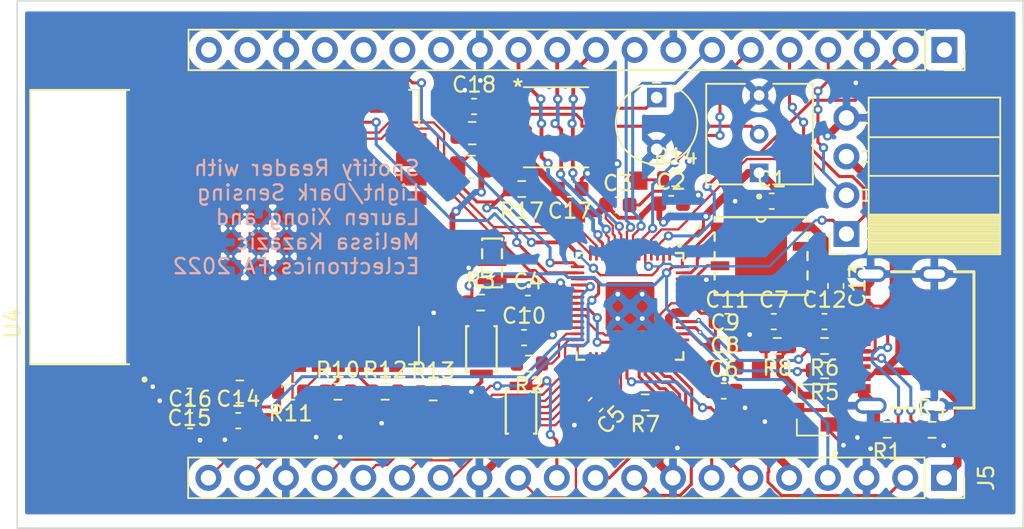
<source format=kicad_pcb>
(kicad_pcb (version 20211014) (generator pcbnew)
  (layers (0 "F.Cu" signal) (31 "B.Cu" signal) (34 "B.Paste" user) (35 "F.Paste" user) (36 "B.SilkS" user "B.Silkscreen") (37 "F.SilkS" user "F.Silkscreen") (38 "B.Mask" user) (39 "F.Mask" user) (44 "Edge.Cuts" user))
  (net 0 "")
  (net 1 "GND")
  (net 2 "+3V3")
  (net 3 "Net-(C10-Pad1)")
  (net 4 "/VBUS")
  (net 5 "/GPIO15")
  (net 6 "/Light_Sensing/AO")
  (net 7 "Net-(D1-Pad2)")
  (net 8 "Net-(D2-Pad2)")
  (net 9 "Net-(D3-Pad2)")
  (net 10 "Net-(D4-Pad2)")
  (net 11 "Net-(D5-Pad2)")
  (net 12 "Net-(D6-Pad1)")
  (net 13 "Net-(D7-Pad1)")
  (net 14 "Net-(J1-PadA5)")
  (net 15 "Net-(J1-PadA6)")
  (net 16 "Net-(J1-PadA7)")
  (net 18 "Net-(J1-PadB5)")
  (net 20 "/GPIO3")
  (net 21 "/GPIO2")
  (net 22 "/RUN")
  (net 23 "/BOOT")
  (net 24 "Net-(R5-Pad2)")
  (net 25 "Net-(R6-Pad2)")
  (net 26 "/GPIO25")
  (net 27 "+3.3V")
  (net 28 "/WiFi_Module/RED")
  (net 29 "/WiFi_Module/GREEN")
  (net 30 "/WiFi_Module/BLUE")
  (net 31 "/GPIO0")
  (net 32 "Net-(RV1-Pad2)")
  (net 33 "/GPIO1")
  (net 34 "/GPIO4")
  (net 35 "/GPIO5")
  (net 36 "/GPIO6")
  (net 37 "/GPIO7")
  (net 38 "/GPIO8")
  (net 39 "/GPIO9")
  (net 40 "/GPIO10")
  (net 41 "/GPIO11")
  (net 42 "/GPIO12")
  (net 43 "/GPIO13")
  (net 44 "/GPIO14")
  (net 45 "Net-(U1-Pad20)")
  (net 46 "Net-(U1-Pad21)")
  (net 47 "/SWCLK")
  (net 48 "/SWDIO")
  (net 49 "/GPIO16")
  (net 50 "/GPIO17")
  (net 51 "/GPIO18")
  (net 52 "/GPIO19")
  (net 53 "/GPIO20")
  (net 54 "/GPIO21")
  (net 55 "/GPIO22")
  (net 56 "/GPIO23")
  (net 57 "/GPIO24")
  (net 58 "/GPIO26")
  (net 59 "/GPIO27")
  (net 60 "/GPIO28")
  (net 61 "/GPIO29")
  (net 62 "Net-(U1-Pad51)")
  (net 63 "Net-(U1-Pad52)")
  (net 64 "Net-(U1-Pad53)")
  (net 65 "Net-(U1-Pad54)")
  (net 66 "Net-(U1-Pad55)")
  (footprint "Capacitor_SMD:C_0603_1608Metric" (layer "F.Cu") (at 140.1 73.5)
    (fp_text reference "C1")
    (fp_text value "0.1µF")
  )
  (footprint "Capacitor_SMD:C_0603_1608Metric" (layer "F.Cu") (at 130 73.75)
    (fp_text reference "C3")
    (fp_text value "0.1µF")
  )
  (footprint "Final_project:LM393D" (layer "F.Cu") (at 125.95 68.65)
    (fp_text reference "U5" hide)
    (fp_text value "LM393D" hide)
  )
  (footprint "Capacitor_SMD:C_0603_1608Metric" (layer "F.Cu") (at 137.184 81.4)
    (fp_text reference "C11")
    (fp_text value "0.1µF")
  )
  (footprint "Capacitor_SMD:C_0603_1608Metric" (layer "F.Cu") (at 123.85 82.45)
    (fp_text reference "C10")
    (fp_text value "0.1µF")
  )
  (footprint "Capacitor_SMD:C_0603_1608Metric" (layer "F.Cu") (at 101.941 87.9)
    (fp_text reference "C16")
    (fp_text value "10µF")
  )
  (footprint "Final_project:MIC_WSON-8-M" (layer "F.Cu") (at 139.4 77.1)
    (fp_text reference "U3" hide)
    (fp_text value "W25Q128JV" hide)
  )
  (footprint "Final_project:TRIM_T73YU103KT20" (layer "F.Cu") (at 139 69.1 90)
    (fp_text reference "RV1" hide)
    (fp_text value "LDR")
  )
  (footprint "Resistor_SMD:R_0603_1608Metric" (layer "F.Cu") (at 108.535 86 180)
    (fp_text reference "R11")
    (fp_text value "1K")
  )
  (footprint "Resistor_SMD:R_0603_1608Metric" (layer "F.Cu") (at 143.565 83 180)
    (fp_text reference "R6")
    (fp_text value "27Ω")
  )
  (footprint "Capacitor_SMD:C_0603_1608Metric" (layer "F.Cu") (at 105.1 87.9)
    (fp_text reference "C14")
    (fp_text value "1µF")
  )
  (footprint "Resistor_SMD:R_0603_1608Metric" (layer "F.Cu") (at 140.465 83 180)
    (fp_text reference "R8")
    (fp_text value "1K")
  )
  (footprint "Resistor_SMD:R_0603_1608Metric" (layer "F.Cu") (at 111.635 86)
    (fp_text reference "R10")
    (fp_text value "1K")
  )
  (footprint "Resistor_SMD:R_0603_1608Metric" (layer "F.Cu") (at 121 80.15)
    (fp_text reference "R3")
    (fp_text value "5.1K")
  )
  (footprint "Resistor_SMD:R_0603_1608Metric" (layer "F.Cu") (at 131.8 86.7 180)
    (fp_text reference "R7")
    (fp_text value "1K")
  )
  (footprint "Final_project:LTST-C170TGKT" (layer "F.Cu") (at 139.4 85.7 -90)
    (fp_text reference "D2" hide)
    (fp_text value "PWR")
  )
  (footprint "Final_project:LTST-C170TGKT" (layer "F.Cu") (at 126.2 74.3 180)
    (fp_text reference "D7" hide)
    (fp_text value "SWITCH" hide)
  )
  (footprint "Capacitor_SMD:C_0603_1608Metric" (layer "F.Cu") (at 124.1 80.2)
    (fp_text reference "C4")
    (fp_text value "0.1µF")
  )
  (footprint "Resistor_SMD:R_0603_1608Metric" (layer "F.Cu") (at 114.735 86)
    (fp_text reference "R12")
    (fp_text value "1K")
  )
  (footprint "Final_project:CSTNE" (layer "F.Cu") (at 121.75 77.55 90)
    (fp_text reference "Y1" hide)
    (fp_text value "12MHz")
  )
  (footprint "Capacitor_SMD:C_0603_1608Metric" (layer "F.Cu") (at 144.3 79.059 -90)
    (fp_text reference "C13")
    (fp_text value "10µF")
  )
  (footprint "Capacitor_SMD:C_0603_1608Metric" (layer "F.Cu") (at 126.851 72.7 180)
    (fp_text reference "C17")
    (fp_text value "0.1µF")
  )
  (footprint "Final_project:USB4105-GF-A" (layer "F.Cu") (at 150.765 82.6 90)
    (fp_text reference "J1" hide)
    (fp_text value "USB4105-GF-A")
  )
  (footprint "Capacitor_SMD:C_0603_1608Metric" (layer "F.Cu") (at 137.0278 84.4)
    (fp_text reference "C8")
    (fp_text value "1µF")
  )
  (footprint "Final_project:KXT321LHS" (layer "F.Cu") (at 121.05 83.2 90)
    (fp_text reference "S2" hide)
    (fp_text value "BOOT")
  )
  (footprint "Resistor_SMD:R_0603_1608Metric" (layer "F.Cu") (at 150.625 88.5)
    (fp_text reference "R4")
    (fp_text value "5.1K")
  )
  (footprint "Final_project:KXT321LHS" (layer "F.Cu") (at 123.65 87.25 90)
    (fp_text reference "S1" hide)
    (fp_text value "RST")
  )
  (footprint "Resistor_SMD:R_0603_1608Metric" (layer "F.Cu") (at 147.675 88.5 180)
    (fp_text reference "R1")
    (fp_text value "5.1K")
  )
  (footprint "Resistor_SMD:R_0603_1608Metric" (layer "F.Cu") (at 117.885 86.05)
    (fp_text reference "R13")
    (fp_text value "1K")
  )
  (footprint "Final_project:MODULE_ESP32-WROOM-32" (layer "F.Cu") (at 104.2 75.2 90)
    (fp_text reference "U4")
    (fp_text value "ESP32-WROOM-32")
  )
  (footprint "Final_project:LTST-C170TGKT" (layer "F.Cu") (at 130.3 72.15)
    (fp_text reference "D6" hide)
    (fp_text value "PWR")
  )
  (footprint "Resistor_SMD:R_0805_2012Metric" (layer "F.Cu") (at 120.4 71.25 180)
    (fp_text reference "R16" hide)
    (fp_text value "10K")
  )
  (footprint "Resistor_SMD:R_0805_2012Metric" (layer "F.Cu") (at 105.2 86 180)
    (fp_text reference "R9" hide)
    (fp_text value "10K")
  )
  (footprint "Resistor_SMD:R_0603_1608Metric" (layer "F.Cu") (at 143.565 84.6 180)
    (fp_text reference "R5")
    (fp_text value "27Ω")
  )
  (footprint "Capacitor_SMD:C_0603_1608Metric" (layer "F.Cu") (at 120.5738 67.2846)
    (fp_text reference "C18")
    (fp_text value "0.1µF")
  )
  (footprint "Capacitor_SMD:C_0603_1608Metric" (layer "F.Cu") (at 143.559 81.4)
    (fp_text reference "C12")
    (fp_text value "10µF")
  )
  (footprint "Final_project:MCP1702T-3302E&slash_CB" (layer "F.Cu") (at 142.7734 87.1982 90)
    (fp_text reference "U2" hide)
    (fp_text value "MCP1702T-3302E_CB" hide)
  )
  (footprint "Resistor_SMD:R_0603_1608Metric" (layer "F.Cu") (at 123.7 72.7 180)
    (fp_text reference "R17")
    (fp_text value "1K")
  )
  (footprint "Capacitor_SMD:C_0603_1608Metric" (layer "F.Cu") (at 101.9 86.3 180)
    (fp_text reference "C15")
    (fp_text value "0.1µF")
  )
  (footprint "Capacitor_SMD:C_0603_1608Metric" (layer "F.Cu") (at 137.05 82.9)
    (fp_text reference "C9")
    (fp_text value "1µF")
  )
  (footprint "Capacitor_SMD:C_0603_1608Metric" (layer "F.Cu") (at 136.95 85.95)
    (fp_text reference "C6")
    (fp_text value "0.1µF")
  )
  (footprint "Final_project:02-LDR4" (layer "F.Cu") (at 132.55 66.7 -90)
    (fp_text reference "R18" hide)
    (fp_text value "R_Photo" hide)
  )
  (footprint "Capacitor_SMD:C_0603_1608Metric" (layer "F.Cu") (at 128.55 86.85 -135)
    (fp_text reference "C5")
    (fp_text value "0.1µF")
  )
  (footprint "Capacitor_SMD:C_0603_1608Metric" (layer "F.Cu") (at 140.2334 81.4)
    (fp_text reference "C7")
    (fp_text value "0.1µF")
  )
  (footprint "Connector_PinSocket_2.54mm:PinSocket_1x20_P2.54mm_Vertical" (layer "F.Cu") (at 151.425 63.575 -90)
    (fp_text reference "J4" hide)
    (fp_text value "LEFT")
  )
  (footprint "Final_project:LTST-C170TBKT" (layer "F.Cu") (at 108.45 88)
    (fp_text reference "D4")
    (fp_text value "LED")
  )
  (footprint "Connector_PinSocket_2.54mm:PinSocket_1x04_P2.54mm_Horizontal" (layer "F.Cu") (at 145 75.65 180)
    (fp_text reference "J2" hide)
    (fp_text value "Conn_01x04" hide)
  )
  (footprint "Final_project:LTST-C170TBKT" (layer "F.Cu") (at 112.268 87.9856 180)
    (fp_text reference "D3" hide)
    (fp_text value "LED")
  )
  (footprint "Resistor_SMD:R_0805_2012Metric" (layer "F.Cu") (at 120.4468 69.0372 180)
    (fp_text reference "R15" hide)
    (fp_text value "10K" hide)
  )
  (footprint "Final_project:LTST-C170TBKT" (layer "F.Cu") (at 116.7384 87.5284 180)
    (fp_text reference "D5" hide)
    (fp_text value "LED")
  )
  (footprint "Resistor_SMD:R_0603_1608Metric" (layer "F.Cu") (at 133.8 72)
    (fp_text reference "R14")
    (fp_text value "1K")
  )
  (footprint "Resistor_SMD:R_0603_1608Metric" (layer "F.Cu") (at 124.2 84.15 180)
    (fp_text reference "R2")
    (fp_text value "5.1K")
  )
  (footprint "Capacitor_SMD:C_0603_1608Metric" (layer "F.Cu") (at 133.5 73.66)
    (fp_text reference "C2")
    (fp_text value "0.1µF")
  )
  (footprint "Connector_PinSocket_2.54mm:PinSocket_1x20_P2.54mm_Vertical" (layer "F.Cu") (at 151.4 91.65 -90)
    (fp_text reference "J5")
    (fp_text value "RIGHT")
  )
  (footprint "Final_project:LTST-C170TBKT" (layer "F.Cu") (at 131.7 88.65)
    (fp_text reference "D1" hide)
    (fp_text value "LED")
  )
  (footprint "Final_project:RP2040" (layer "F.Cu") (at 130.8 80.4 -90)
    (fp_text reference "U1" hide)
    (fp_text value "RP2040")
  )
  (gr_poly (pts (xy 156.6 94.95) (xy 90.6 94.95) (xy 90.6 60.35) (xy 156.6 60.35)) (layer "Edge.Cuts") (width 0.1) (fill none))
  (gr_text "Spotify Reader with\nLight/Dark Sensing\nLauren Xiong and \nMelissa Kazazic\nEclectronics FA 2022" (at 117.094 74.549) (layer "B.SilkS") (effects (font (size 1 1)) (justify left mirror)))
  (segment (start 128.001992 87.398008) (end 127.943192 87.398008) (width 0.381) (layer "F.Cu") (net 1))
  (segment (start 109.5 88) (end 109.5 88.2656) (width 0.508) (layer "F.Cu") (net 1))
  (segment (start 139.4 73.584) (end 139.316 73.5) (width 0.508) (layer "F.Cu") (net 1))
  (segment (start 98.94 66.7) (end 98.94 68.7) (width 0.508) (layer "F.Cu") (net 1))
  (segment (start 137.026125 85.176675) (end 137.8028 84.4) (width 0.2) (layer "F.Cu") (net 1))
  (segment (start 144.8054 89.5096) (end 143.9686 88.6728) (width 0.2) (layer "F.Cu") (net 1))
  (segment (start 137.495 79.005) (end 136.7076 79.005) (width 0.508) (layer "F.Cu") (net 1))
  (segment (start 132.317538 72.85) (end 133.775 72.85) (width 0.2) (layer "F.Cu") (net 1))
  (segment (start 111.218 88.4088) (end 111.7854 88.9762) (width 0.508) (layer "F.Cu") (net 1))
  (segment (start 146.585 78.28) (end 146.585 78.825) (width 0.508) (layer "F.Cu") (net 1))
  (segment (start 104.325 87.9) (end 104.325 89.0452) (width 0.25) (layer "F.Cu") (net 1))
  (segment (start 104.325 89.0452) (end 104.2162 89.154) (width 0.25) (layer "F.Cu") (net 1))
  (segment (start 116.45 80.915) (end 117.831 80.915) (width 0.381) (layer "F.Cu") (net 1))
  (segment (start 126.800706 79.4) (end 127.3625 79.4) (width 0.2) (layer "F.Cu") (net 1))
  (segment (start 137.959 81.4) (end 137.959 81.559) (width 0.2) (layer "F.Cu") (net 1))
  (segment (start 150.765 86.92) (end 150.765 87.915) (width 0.508) (layer "F.Cu") (net 1))
  (segment (start 98.94 68.7) (end 104.605 74.365) (width 0.508) (layer "F.Cu") (net 1))
  (segment (start 144.056261 79.9) (end 142.8 81.156261) (width 0.508) (layer "F.Cu") (net 1))
  (segment (start 129.455 70.555) (end 129.9438 71.0438) (width 0.25) (layer "F.Cu") (net 1))
  (segment (start 104.605 76.2) (end 104.605 77.1175) (width 0.508) (layer "F.Cu") (net 1))
  (segment (start 146.345 65.0084) (end 145.6182 65.7352) (width 0.25) (layer "F.Cu") (net 1))
  (segment (start 127.943192 87.398008) (end 127.1524 88.1888) (width 0.381) (layer "F.Cu") (net 1))
  (segment (start 109.5 88.2656) (end 110.2106 88.9762) (width 0.508) (layer "F.Cu") (net 1))
  (segment (start 110.95 88) (end 110.9644 87.9856) (width 0.508) (layer "F.Cu") (net 1))
  (segment (start 136.7076 79.005) (end 136.159611 79.005) (width 0.508) (layer "F.Cu") (net 1))
  (segment (start 126.23723 78.868333) (end 126.269039 78.868333) (width 0.2) (layer "F.Cu") (net 1))
  (segment (start 100.2376 86.3) (end 99.949 86.5886) (width 0.25) (layer "F.Cu") (net 1))
  (segment (start 144.3 79.9) (end 144.056261 79.9) (width 0.508) (layer "F.Cu") (net 1))
  (segment (start 101.125 86.3) (end 100.2376 86.3) (width 0.25) (layer "F.Cu") (net 1))
  (segment (start 108.275 74.365) (end 108.275 75.2825) (width 0.508) (layer "F.Cu") (net 1))
  (segment (start 142.8 81.156261) (end 142.8 81.4) (width 0.508) (layer "F.Cu") (net 1))
  (segment (start 146.2214 88.5) (end 145.7198 89.0016) (width 0.2) (layer "F.Cu") (net 1))
  (segment (start 139.316 73.5) (end 137.7 73.5) (width 0.508) (layer "F.Cu") (net 1))
  (segment (start 121.05 84.825) (end 121.152 84.927) (width 0.254) (layer "F.Cu") (net 1))
  (segment (start 139.4 77.1) (end 139.4 73.584) (width 0.508) (layer "F.Cu") (net 1))
  (segment (start 142.8 81.4) (end 141.2 81.4) (width 0.508) (layer "F.Cu") (net 1))
  (segment (start 104.605 77.1175) (end 104.605 78.035) (width 0.508) (layer "F.Cu") (net 1))
  (segment (start 126.269039 78.868333) (end 126.800706 79.4) (width 0.2) (layer "F.Cu") (net 1))
  (segment (start 144.3 79.818) (end 144.3 79.9) (width 0.508) (layer "F.Cu") (net 1))
  (segment (start 117.923 80.823) (end 117.831 80.915) (width 0.381) (layer "F.Cu") (net 1))
  (segment (start 134.722307 73.66) (end 134.275 73.66) (width 0.2) (layer "F.Cu") (net 1))
  (segment (start 151.45 89.469) (end 151.384 89.535) (width 0.2) (layer "F.Cu") (net 1))
  (segment (start 135.280132 73.102175) (end 134.722307 73.66) (width 0.2) (layer "F.Cu") (net 1))
  (segment (start 144.949 68.03) (end 145 68.03) (width 0.508) (layer "F.Cu") (net 1))
  (segment (start 137.959 81.559) (end 138.65 82.25) (width 0.2) (layer "F.Cu") (net 1))
  (segment (start 124.875 79.7741) (end 124.1552 79.0543) (width 0.25) (layer "F.Cu") (net 1))
  (segment (start 146.85 88.5) (end 146.2214 88.5) (width 0.2) (layer "F.Cu") (net 1))
  (segment (start 103.517 78.035) (end 104.605 78.035) (width 0.508) (layer "F.Cu") (net 1))
  (segment (start 139.4 77.1) (end 137.495 79.005) (width 0.508) (layer "F.Cu") (net 1))
  (segment (start 128.67415 70.555) (end 129.455 70.555) (width 0.25) (layer "F.Cu") (net 1))
  (segment (start 143.9686 88.6728) (end 143.9686 88.148201) (width 0.2) (layer "F.Cu") (net 1))
  (segment (start 137.825 82.9) (end 138 82.9) (width 0.381) (layer "F.Cu") (net 1))
  (segment (start 146.585 78.825) (end 146.01 79.4) (width 0.508) (layer "F.Cu") (net 1))
  (segment (start 108.275 77.1175) (end 108.275 76.2) (width 0.508) (layer "F.Cu") (net 1))
  (segment (start 102.716 89.054) (end 102.5906 89.1794) (width 0.25) (layer "F.Cu") (net 1))
  (segment (start 125.529704 82.45) (end 124.625 82.45) (width 0.25) (layer "F.Cu") (net 1))
  (segment (start 104.605 74.365) (end 104.605 76.2) (width 0.508) (layer "F.Cu") (net 1))
  (segment (start 150.765 87.915) (end 151.35 88.5) (width 0.508) (layer "F.Cu") (net 1))
  (segment (start 146.585 86.585) (end 146.216 86.216) (width 0.508) (layer "F.Cu") (net 1))
  (segment (start 137.725 86.4366) (end 138.344 87.0556) (width 0.2) (layer "F.Cu") (net 1))
  (segment (start 130.775 73.75) (end 131.417538 73.75) (width 0.2) (layer "F.Cu") (net 1))
  (segment (start 137.725 85.95) (end 137.725 86.4366) (width 0.2) (layer "F.Cu") (net 1))
  (segment (start 106.44 78.035) (end 108.275 78.035) (width 0.508) (layer "F.Cu") (net 1))
  (segment (start 120.945 65.5476) (end 120.9802 65.5828) (width 0.25) (layer "F.Cu") (net 1))
  (segment (start 111.218 87.9856) (end 111.218 88.4088) (width 0.508) (layer "F.Cu") (net 1))
  (segment (start 124.875 80.2) (end 124.875 79.7741) (width 0.25) (layer "F.Cu") (net 1))
  (segment (start 131.417538 73.75) (end 132.317538 72.85) (width 0.2) (layer "F.Cu") (net 1))
  (segment (start 123.65 88.875) (end 123.65 88.92) (width 0.508) (layer "F.Cu") (net 1))
  (segment (start 119.7988 66.3832) (end 119.9642 66.2178) (width 0.25) (layer "F.Cu") (net 1))
  (segment (start 146.585 86.92) (end 146.585 86.585) (width 0.508) (layer "F.Cu") (net 1))
  (segment (start 146.95 87.285) (end 146.585 86.92) (width 0.508) (layer "F.Cu") (net 1))
  (segment (start 139.4 86.75) (end 139.4 87.711) (width 0.508) (layer "F.Cu") (net 1))
  (segment (start 146.345 63.575) (end 146.345 65.0084) (width 0.25) (layer "F.Cu") (net 1))
  (segment (start 98.94 83.7) (end 98.94 82.612) (width 0.508) (layer "F.Cu") (net 1))
  (segment (start 98.94 85.1224) (end 99.4918 85.6742) (width 0.508) (layer "F.Cu") (net 1))
  (segment (start 127.626 72.7) (end 127.626 72.0688) (width 0.25) (layer "F.Cu") (net 1))
  (segment (start 146.95 88.5) (end 146.95 87.285) (width 0.508) (layer "F.Cu") (net 1))
  (segment (start 120.5446 77.55) (end 120.2182 77.8764) (width 0.25) (layer "F.Cu") (net 1))
  (segment (start 151.45 88.5) (end 151.45 89.469) (width 0.2) (layer "F.Cu") (net 1))
  (segment (start 115.1497 88.0671) (end 115.6884 87.5284) (width 0.254) (layer "F.Cu") (net 1))
  (segment (start 123.65 88.92) (end 120.92 91.65) (width 0.508) (layer "F.Cu") (net 1))
  (segment (start 127.626 72.0688) (end 128.016 71.6788) (width 0.25) (layer "F.Cu") (net 1))
  (segment (start 104.2722 87.9) (end 102.7 87.9) (width 0.508) (layer "F.Cu") (net 1))
  (segment (start 132.8714 88.65) (end 133.9088 89.6874) (width 0.508) (layer "F.Cu") (net 1))
  (segment (start 110.9644 87.9856) (end 111.218 87.9856) (width 0.508) (layer "F.Cu") (net 1))
  (segment (start 102.716 87.9) (end 102.716 89.054) (width 0.25) (layer "F.Cu") (net 1))
  (segment (start 139.4 87.711) (end 139.6492 87.9602) (width 0.508) (layer "F.Cu") (net 1))
  (segment (start 120.945 63.575) (end 120.945 65.5476) (width 0.25) (layer "F.Cu") (net 1))
  (segment (start 121.05 85.3504) (end 120.396 86.0044) (width 0.254) (layer "F.Cu") (net 1))
  (segment (start 98.94 82.612) (end 103.517 78.035) (width 0.508) (layer "F.Cu") (net 1))
  (segment (start 114.5032 88.0671) (end 115.1497 88.0671) (width 0.254) (layer "F.Cu") (net 1))
  (segment (start 137.734 84.5216) (end 137.8556 84.4) (width 0.508) (layer "F.Cu") (net 1))
  (segment (start 106.44 76.2) (end 105.5225 76.2) (width 0.508) (layer "F.Cu") (net 1))
  (segment (start 136.982273 85.176675) (end 137.026125 85.176675) (width 0.2) (layer "F.Cu") (net 1))
  (segment (start 136.159611 79.005) (end 135.810034 78.655423) (width 0.508) (layer "F.Cu") (net 1))
  (segment (start 133.775 72.85) (end 134.625 72) (width 0.2) (layer "F.Cu") (net 1))
  (segment (start 144.718 79.4) (end 144.3 79.818) (width 0.508) (layer "F.Cu") (net 1))
  (segment (start 121.75 77.55) (end 120.5446 77.55) (width 0.25) (layer "F.Cu") (net 1))
  (segment (start 121.05 84.825) (end 121.05 85.3504) (width 0.254) (layer "F.Cu") (net 1))
  (segment (start 146.01 79.4) (end 144.718 79.4) (width 0.508) (layer "F.Cu") (net 1))
  (segment (start 132.75 88.65) (end 132.8714 88.65) (width 0.508) (layer "F.Cu") (net 1))
  (segment (start 132.75 90.78) (end 133.62 91.65) (width 0.508) (layer "F.Cu") (net 1))
  (segment (start 134.625 70.951901) (end 134.70355 70.873351) (width 0.25) (layer "F.Cu") (net 1))
  (segment (start 146.216 86.216) (end 146.01 86.216) (width 0.508) (layer "F.Cu") (net 1))
  (segment (start 137.8028 85.8722) (end 137.725 85.95) (width 0.381) (layer "F.Cu") (net 1))
  (segment (start 144.9 67.93) (end 145 68.03) (width 0.508) (layer "F.Cu") (net 1))
  (segment (start 138 82.9) (end 138.65 82.25) (width 0.1524) (layer "F.Cu") (net 1))
  (segment (start 134.585 71.886976) (end 134.585 72.1) (width 0.508) (layer "F.Cu") (net 1))
  (segment (start 136.982273 85.207273) (end 136.982273 85.176675) (width 0.2) (layer "F.Cu") (net 1))
  (segment (start 98.94 83.7) (end 98.94 85.1224) (width 0.508) (layer "F.Cu") (net 1))
  (segment (start 132.75 88.65) (end 132.75 90.78) (width 0.508) (layer "F.Cu") (net 1))
  (segment (start 137.825 84.3778) (end 137.8028 84.4) (width 0.381) (layer "F.Cu") (net 1))
  (segment (start 125.714852 82.264852) (end 125.529704 82.45) (width 0.25) (layer "F.Cu") (net 1))
  (segment (start 143.764 69.215) (end 144.949 68.03) (width 0.508) (layer "F.Cu") (net 1))
  (segment (start 119.7988 67.2846) (end 119.7988 66.3832) (width 0.25) (layer "F.Cu") (net 1))
  (segment (start 134.625 72) (end 134.625 70.951901) (width 0.25) (layer "F.Cu") (net 1))
  (segment (start 105.5225 74.365) (end 104.605 74.365) (width 0.508) (layer "F.Cu") (net 1))
  (via (at 138.65 82.25) (size 0.6096) (drill 0.3048) (layers "F.Cu" "B.Cu") (net 1))
  (via (at 144.8054 89.5096) (size 0.6096) (drill 0.3048) (layers "F.Cu" "B.Cu") (net 1))
  (via (at 99.4918 85.6742) (size 0.6096) (drill 0.3048) (layers "F.Cu" "B.Cu") (net 1))
  (via (at 104.2162 89.154) (size 0.6096) (drill 0.3048) (layers "F.Cu" "B.Cu") (net 1))
  (via (at 135.810034 78.655423) (size 0.6096) (drill 0.3048) (layers "F.Cu" "B.Cu") (net 1))
  (via (at 125.714852 82.264852) (size 0.6096) (drill 0.3048) (layers "F.Cu" "B.Cu") (net 1))
  (via (at 145.6182 65.7352) (size 0.6096) (drill 0.3048) (layers "F.Cu" "B.Cu") (net 1))
  (via (at 139.6492 87.9602) (size 0.6096) (drill 0.3048) (layers "F.Cu" "B.Cu") (net 1))
  (via (at 128.016 71.6788) (size 0.6096) (drill 0.3048) (layers "F.Cu" "B.Cu") (net 1))
  (via (at 120.2182 77.8764) (size 0.6096) (drill 0.3048) (layers "F.Cu" "B.Cu") (net 1))
  (via (at 124.1552 79.0543) (size 0.6096) (drill 0.3048) (layers "F.Cu" "B.Cu") (net 1))
  (via (at 111.7854 88.9762) (size 0.6096) (drill 0.3048) (layers "F.Cu" "B.Cu") (net 1))
  (via (at 102.5906 89.1794) (size 0.6096) (drill 0.3048) (layers "F.Cu" "B.Cu") (net 1))
  (via (at 120.9802 65.5828) (size 0.6096) (drill 0.3048) (layers "F.Cu" "B.Cu") (net 1))
  (via (at 133.9088 89.6874) (size 0.6096) (drill 0.3048) (layers "F.Cu" "B.Cu") (net 1))
  (via (at 137.7 73.5) (size 0.6096) (drill 0.3048) (layers "F.Cu" "B.Cu") (net 1))
  (via (at 146.5834 89.7382) (size 0.6096) (drill 0.3048) (layers "F.Cu" "B.Cu") (net 1))
  (via (at 110.2106 88.9762) (size 0.6096) (drill 0.3048) (layers "F.Cu" "B.Cu") (net 1))
  (via (at 114.5032 88.0671) (size 0.6096) (drill 0.3048) (layers "F.Cu" "B.Cu") (net 1))
  (via (at 136.982273 85.176675) (size 0.6096) (drill 0.3048) (layers "F.Cu" "B.Cu") (net 1))
  (via (at 119.9642 66.2178) (size 0.6096) (drill 0.3048) (layers "F.Cu" "B.Cu") (net 1))
  (via (at 127.1524 88.1888) (size 0.6096) (drill 0.3048) (layers "F.Cu" "B.Cu") (net 1))
  (via (at 120.396 86.0044) (size 0.6096) (drill 0.3048) (layers "F.Cu" "B.Cu") (net 1))
  (via (at 145.7198 89.0016) (size 0.6096) (drill 0.3048) (layers "F.Cu" "B.Cu") (net 1))
  (via (at 117.923 80.823) (size 0.6096) (drill 0.3048) (layers "F.Cu" "B.Cu") (net 1))
  (via (at 99.949 86.5886) (size 0.6096) (drill 0.3048) (layers "F.Cu" "B.Cu") (net 1))
  (via (at 151.384 89.535) (size 0.6096) (drill 0.3048) (layers "F.Cu" "B.Cu") (net 1))
  (via (at 134.70355 70.873351) (size 0.6096) (drill 0.3048) (layers "F.Cu" "B.Cu") (net 1))
  (via (at 135.280132 73.102175) (size 0.6096) (drill 0.3048) (layers "F.Cu" "B.Cu") (net 1))
  (via (at 126.23723 78.868333) (size 0.6096) (drill 0.3048) (layers "F.Cu" "B.Cu") (net 1))
  (via (at 129.9438 71.0438) (size 0.6096) (drill 0.3048) (layers "F.Cu" "B.Cu") (net 1))
  (via (at 143.764 69.215) (size 0.6096) (drill 0.3048) (layers "F.Cu" "B.Cu") (net 1))
  (via (at 138.344 87.0556) (size 0.6096) (drill 0.3048) (layers "F.Cu" "B.Cu") (net 1))
  (segment (start 146.32 90.0016) (end 146.5834 89.7382) (width 0.2) (layer "B.Cu") (net 1))
  (segment (start 146.32 91.65) (end 146.32 90.0016) (width 0.2) (layer "B.Cu") (net 1))
  (segment (start 123.316 80.2) (end 123.266 80.15) (width 0.508) (layer "F.Cu") (net 2))
  (segment (start 132.725 73.66) (end 132.725 74.6) (width 0.381) (layer "F.Cu") (net 2))
  (segment (start 129.6676 75.0926) (end 129.216 74.641) (width 0.1524) (layer "F.Cu") (net 2))
  (segment (start 130.05 74.584) (end 129.216 73.75) (width 0.254) (layer "F.Cu") (net 2))
  (segment (start 121.3125 71.25) (end 122.53085 71.25) (width 0.254) (layer "F.Cu") (net 2))
  (segment (start 140.462 86.538) (end 140.462 90.17) (width 0.508) (layer "F.Cu") (net 2))
  (segment (start 132.725 73.66) (end 132.334 73.66) (width 0.381) (layer "F.Cu") (net 2))
  (segment (start 123.316 80.2) (end 123.316 80.416) (width 0.381) (layer "F.Cu") (net 2))
  (segment (start 139.34 71.64) (end 139.27 71.64) (width 0.508) (layer "F.Cu") (net 2))
  (segment (start 135.65 84.95) (end 135.65 85.434) (width 0.508) (layer "F.Cu") (net 2))
  (segment (start 123.266 80.15) (end 121.875 80.15) (width 0.508) (layer "F.Cu") (net 2))
  (segment (start 132.334 73.66) (end 131.579 74.415) (width 0.381) (layer "F.Cu") (net 2))
  (segment (start 124.0495 81.1495) (end 125.8505 81.1495) (width 0.381) (layer "F.Cu") (net 2))
  (segment (start 124.2561 70.1939) (end 123.895 70.555) (width 0.2) (layer "F.Cu") (net 2))
  (segment (start 101.182 87.9) (end 101.182 87.8185) (width 0.381) (layer "F.Cu") (net 2))
  (segment (start 127.3625 80.6) (end 126.4 80.6) (width 0.2) (layer "F.Cu") (net 2))
  (segment (start 135.62 74.654) (end 135.774 74.5) (width 0.2) (layer "F.Cu") (net 2))
  (segment (start 140.884 73.184) (end 139.34 71.64) (width 0.508) (layer "F.Cu") (net 2))
  (segment (start 128.108546 80.6) (end 128.654273 81.145727) (width 0.2) (layer "F.Cu") (net 2))
  (segment (start 129.8 76.9625) (end 129.8 75.779501) (width 0.1524) (layer "F.Cu") (net 2))
  (segment (start 129.6676 75.647101) (end 129.6676 75.0926) (width 0.1524) (layer "F.Cu") (net 2))
  (segment (start 101.182 87.8185) (end 102.684 86.3165) (width 0.381) (layer "F.Cu") (net 2))
  (segment (start 134.0625 83.5375) (end 133.7625 83.8375) (width 0.508) (layer "F.Cu") (net 2))
  (segment (start 119.15 74.400002) (end 119.15 81.9) (width 0.381) (layer "F.Cu") (net 2))
  (segment (start 140.462 90.17) (end 140.424 90.208) (width 0.508) (layer "F.Cu") (net 2))
  (segment (start 129.6524 82.7524) (end 129.9 83) (width 0.2) (layer "F.Cu") (net 2))
  (segment (start 100.21 83.7) (end 100.21 84.51) (width 0.381) (layer "F.Cu") (net 2))
  (segment (start 127.25 73.874) (end 126.076 72.7) (width 0.508) (layer "F.Cu") (net 2))
  (segment (start 136.374368 73.824368) (end 135.774 74.424737) (width 0.508) (layer "F.Cu") (net 2))
  (segment (start 140.884 73.9866) (end 142.0924 75.195) (width 0.508) (layer "F.Cu") (net 2))
  (segment (start 128.651543 82.7524) (end 129.6524 82.7524) (width 0.2) (layer "F.Cu") (net 2))
  (segment (start 128.666 74.3) (end 129.216 73.75) (width 0.508) (layer "F.Cu") (net 2))
  (segment (start 129.8 75.779501) (end 129.6676 75.647101) (width 0.1524) (layer "F.Cu") (net 2))
  (segment (start 143.61 76.0649) (end 142.7401 75.195) (width 0.508) (layer "F.Cu") (net 2))
  (segment (start 135.65 84.95) (end 134.2375 83.5375) (width 0.508) (layer "F.Cu") (net 2))
  (segment (start 134.0625 83.5375) (end 133.346 82.821) (width 0.508) (layer "F.Cu") (net 2))
  (segment (start 141.35 85.65) (end 141.5 85.65) (width 0.508) (layer "F.Cu") (net 2))
  (segment (start 121.3488 69.0267) (end 121.3593 69.0372) (width 0.2) (layer "F.Cu") (net 2))
  (segment (start 131.579 74.587) (end 130.113 74.587) (width 0.254) (layer "F.Cu") (net 2))
  (segment (start 122.2 83.4) (end 122.2 80.475) (width 0.381) (layer "F.Cu") (net 2))
  (segment (start 101.806328 85.4) (end 102.684 86.277672) (width 0.381) (layer "F.Cu") (net 2))
  (segment (start 119.15 81.9) (end 120.45 83.2) (width 0.381) (layer "F.Cu") (net 2))
  (segment (start 129.8 83.8375) (end 129.8 83.1) (width 0.2032) (layer "F.Cu") (net 2))
  (segment (start 134.2375 83.5375) (end 134.0625 83.5375) (width 0.508) (layer "F.Cu") (net 2))
  (segment (start 100.21 82.739) (end 100.6395 82.3095) (width 0.381) (layer "F.Cu") (net 2))
  (segment (start 122.95 84.15) (end 122.2 83.4) (width 0.381) (layer "F.Cu") (net 2))
  (segment (start 127.25 74.3) (end 128.666 74.3) (width 0.508) (layer "F.Cu") (net 2))
  (segment (start 129.216 73.75) (end 129.25 73.716) (width 0.508) (layer "F.Cu") (net 2))
  (segment (start 129.104372 86.295628) (end 129.8 85.6) (width 0.2032) (layer "F.Cu") (net 2))
  (segment (start 123.316 80.416) (end 124.0495 81.1495) (width 0.381) (layer "F.Cu") (net 2))
  (segment (start 127.3625 80.6) (end 128.108546 80.6) (width 0.2) (layer "F.Cu") (net 2))
  (segment (start 129.25 73.716) (end 129.25 72.15) (width 0.508) (layer "F.Cu") (net 2))
  (segment (start 121.3593 69.0372) (end 121.8148 68.5817) (width 0.2) (layer "F.Cu") (net 2))
  (segment (start 119.387194 74.162808) (end 119.15 74.400002) (width 0.381) (layer "F.Cu") (net 2))
  (segment (start 140.65 83.55) (end 141.2 83) (width 0.508) (layer "F.Cu") (net 2))
  (segment (start 129.8 83.1) (end 129.9 83) (width 0.2032) (layer "F.Cu") (net 2))
  (segment (start 118.2905 82.3095) (end 118.7 81.9) (width 0.381) (layer "F.Cu") (net 2))
  (segment (start 133.346 81.148307) (end 133.694307 80.8) (width 0.508) (layer "F.Cu") (net 2))
  (segment (start 142.0924 75.195) (end 142.351685 75.195) (width 0.2) (layer "F.Cu") (net 2))
  (segment (start 143.61 77.61) (end 143.61 76.0649) (width 0.508) (layer "F.Cu") (net 2))
  (segment (start 101.1 85.4) (end 101.806328 85.4) (width 0.381) (layer "F.Cu") (net 2))
  (segment (start 124.1195 68.5817) (end 124.2561 68.7183) (width 0.2) (layer "F.Cu") (net 2))
  (segment (start 126.4 80.6) (end 126.3 80.7) (width 0.2) (layer "F.Cu") (net 2))
  (segment (start 142.1 86.25) (end 141.5 85.65) (width 0.508) (layer "F.Cu") (net 2))
  (segment (start 126.033694 72.7) (end 123.888694 70.555) (width 0.508) (layer "F.Cu") (net 2))
  (segment (start 139.27 71.64) (end 138.558737 71.64) (width 0.508) (layer "F.Cu") (net 2))
  (segment (start 140.884 73.5) (end 140.884 73.184) (width 0.508) (layer "F.Cu") (net 2))
  (segment (start 136.2 84.4) (end 135.65 84.95) (width 0.508) (layer "F.Cu") (net 2))
  (segment (start 133.4 76.9625) (end 133.819528 76.9625) (width 0.2) (layer "F.Cu") (net 2))
  (segment (start 135.774 74.424737) (end 135.774 74.5) (width 0.508) (layer "F.Cu") (net 2))
  (segment (start 100.6395 82.3095) (end 118.2905 82.3095) (width 0.381) (layer "F.Cu") (net 2))
  (segment (start 122 83.2) (end 122.2 83.4) (width 0.381) (layer "F.Cu") (net 2))
  (segment (start 100.21 83.7) (end 100.21 82.739) (width 0.381) (layer "F.Cu") (net 2))
  (segment (start 140.884 73.5) (end 140.884 73.9866) (width 0.508) (layer "F.Cu") (net 2))
  (segment (start 135.62 75.162028) (end 135.62 74.654) (width 0.2) (layer "F.Cu") (net 2))
  (segment (start 144.3 78.3) (end 143.61 77.61) (width 0.508) (layer "F.Cu") (net 2))
  (segment (start 133.346 82.821) (end 133.267 82.9) (width 0.508) (layer "F.Cu") (net 2))
  (segment (start 142.7401 75.195) (end 142.0924 75.195) (width 0.508) (layer "F.Cu") (net 2))
  (segment (start 123.475 84.15) (end 122.95 84.15) (width 0.381) (layer "F.Cu") (net 2))
  (segment (start 121.047695 71.514805) (end 121.3125 71.25) (width 0.381) (layer "F.Cu") (net 2))
  (segment (start 140.65 84.8) (end 140.65 83.55) (width 0.508) (layer "F.Cu") (net 2))
  (segment (start 100.21 84.51) (end 101.1 85.4) (width 0.381) (layer "F.Cu") (net 2))
  (segment (start 141.5 85.65) (end 140.65 84.8) (width 0.508) (layer "F.Cu") (net 2))
  (segment (start 130 82.9) (end 129.9 83) (width 0.508) (layer "F.Cu") (net 2))
  (segment (start 138.558737 71.64) (end 136.374368 73.824368) (width 0.508) (layer "F.Cu") (net 2))
  (segment (start 122.2 80.475) (end 121.875 80.15) (width 0.381) (layer "F.Cu") (net 2))
  (segment (start 139.632 81.432) (end 139.632 81.4) (width 0.2032) (layer "F.Cu") (net 2))
  (segment (start 140.462 86.538) (end 141.35 85.65) (width 0.508) (layer "F.Cu") (net 2))
  (segment (start 141.24 91.024) (end 141.24 91.65) (width 0.508) (layer "F.Cu") (net 2))
  (segment (start 140.424 90.208) (end 141.24 91.024) (width 0.508) (layer "F.Cu") (net 2))
  (segment (start 133.346 82.821) (end 133.346 81.148307) (width 0.508) (layer "F.Cu") (net 2))
  (segment (start 102.684 86.277672) (end 102.684 86.3) (width 0.381) (layer "F.Cu") (net 2))
  (segment (start 143.9686 86.248199) (end 142.098199 86.248199) (width 0.508) (layer "F.Cu") (net 2))
  (segment (start 135.65 85.434) (end 140.424 90.208) (width 0.508) (layer "F.Cu") (net 2))
  (segment (start 120.45 83.2) (end 122 83.2) (width 0.381) (layer "F.Cu") (net 2))
  (segment (start 121.047695 72.902305) (end 121.047695 71.514805) (width 0.381) (layer "F.Cu") (net 2))
  (segment (start 123.895 70.555) (end 123.22585 70.555) (width 0.2) (layer "F.Cu") (net 2))
  (segment (start 131.579 74.415) (end 131.579 74.4379) (width 0.381) (layer "F.Cu") (net 2))
  (segment (start 127.25 74.3) (end 127.25 73.874) (width 0.508) (layer "F.Cu") (net 2))
  (segment (start 123.888694 70.555) (end 123.22585 70.555) (width 0.508) (layer "F.Cu") (net 2))
  (segment (start 118.7 81.9) (end 119.15 81.9) (width 0.381) (layer "F.Cu") (net 2))
  (segment (start 132.725 74.6) (end 133 74.875) (width 0.381) (layer "F.Cu") (net 2))
  (segment (start 133.694307 80.8) (end 134.4 80.8) (width 0.508) (layer "F.Cu") (net 2))
  (segment (start 102.684 86.3165) (end 102.684 86.3) (width 0.381) (layer "F.Cu") (net 2))
  (segment (start 125.8505 81.1495) (end 126.3 80.7) (width 0.381) (layer "F.Cu") (net 2))
  (segment (start 124.2561 68.7183) (end 124.2561 70.1939) (width 0.2) (layer "F.Cu") (net 2))
  (segment (start 133.267 82.9) (end 130 82.9) (width 0.508) (layer "F.Cu") (net 2))
  (segment (start 141.2 83) (end 139.632 81.432) (width 0.2032) (layer "F.Cu") (net 2))
  (segment (start 134.2375 83.5375) (end 134.2375 82.754) (width 0.508) (layer "F.Cu") (net 2))
  (segment (start 122.53085 71.25) (end 123.22585 70.555) (width 0.254) (layer "F.Cu") (net 2))
  (segment (start 133.7625 83.8375) (end 133.554 83.8375) (width 0.508) (layer "F.Cu") (net 2))
  (segment (start 129.8 85.6) (end 129.8 83.8375) (width 0.2032) (layer "F.Cu") (net 2))
  (segment (start 126.076 72.7) (end 126.033694 72.7) (width 0.508) (layer "F.Cu") (net 2))
  (segment (start 129.216 74.641) (end 129.216 73.75) (width 0.1524) (layer "F.Cu") (net 2))
  (segment (start 133.819528 76.9625) (end 135.62 75.162028) (width 0.2) (layer "F.Cu") (net 2))
  (segment (start 121.8148 68.5817) (end 124.1195 68.5817) (width 0.2) (layer "F.Cu") (net 2))
  (via (at 128.654273 81.145727) (size 0.6096) (drill 0.3048) (layers "F.Cu" "B.Cu") (net 2))
  (via (at 119.387194 74.162808) (size 0.6096) (drill 0.3048) (layers "F.Cu" "B.Cu") (net 2))
  (via (at 135.774 74.5) (size 0.6096) (drill 0.3048) (layers "F.Cu" "B.Cu") (net 2))
  (via (at 128.651543 82.7524) (size 0.6096) (drill 0.3048) (layers "F.Cu" "B.Cu") (net 2))
  (via (at 133 74.875) (size 0.6096) (drill 0.3048) (layers "F.Cu" "B.Cu") (net 2))
  (via (at 121.047695 72.902305) (size 0.6096) (drill 0.3048) (layers "F.Cu" "B.Cu") (net 2))
  (segment (start 120.647697 72.902305) (end 121.047695 72.902305) (width 0.381) (layer "B.Cu") (net 2))
  (segment (start 133.375 74.5) (end 135.774 74.5) (width 0.508) (layer "B.Cu") (net 2))
  (segment (start 128.651543 82.7524) (end 128.651543 82.257003) (width 0.2) (layer "B.Cu") (net 2))
  (segment (start 141.29 91.6) (end 141.24 91.65) (width 0.508) (layer "B.Cu") (net 2))
  (segment (start 133 74.875) (end 133.375 74.5) (width 0.508) (layer "B.Cu") (net 2))
  (segment (start 119.387194 74.162808) (end 120.647697 72.902305) (width 0.381) (layer "B.Cu") (net 2))
  (segment (start 128.654273 82.254273) (end 128.654273 81.145727) (width 0.2) (layer "B.Cu") (net 2))
  (segment (start 128.651543 82.257003) (end 128.654273 82.254273) (width 0.2) (layer "B.Cu") (net 2))
  (segment (start 127.887904 81.033659) (end 128.0762 81.221955) (width 0.1524) (layer "F.Cu") (net 3))
  (segment (start 128.0762 81.221955) (end 128.0762 81.4762) (width 0.1524) (layer "F.Cu") (net 3))
  (segment (start 132.792 81.954) (end 132.446 82.3) (width 0.1524) (layer "F.Cu") (net 3))
  (segment (start 127.3625 81) (end 126.693672 81) (width 0.1524) (layer "F.Cu") (net 3))
  (segment (start 132.446 82.3) (end 129.169462 82.3) (width 0.1524) (layer "F.Cu") (net 3))
  (segment (start 135.5 82.9) (end 136.4444 82.9) (width 0.2) (layer "F.Cu") (net 3))
  (segment (start 133.510833 80.2) (end 132.792 80.918833) (width 0.1524) (layer "F.Cu") (net 3))
  (segment (start 134.4 80.2) (end 133.510833 80.2) (width 0.1524) (layer "F.Cu") (net 3))
  (segment (start 129.040862 82.1714) (end 129.169462 82.3) (width 0.1524) (layer "F.Cu") (net 3))
  (segment (start 126.693672 81) (end 126.053672 81.64) (width 0.1524) (layer "F.Cu") (net 3))
  (segment (start 134.4 80.2) (end 134.802943 80.2) (width 0.2) (layer "F.Cu") (net 3))
  (segment (start 134.2375 82.2) (end 134.8 82.2) (width 0.2) (layer "F.Cu") (net 3))
  (segment (start 134.802943 80.2) (end 135.454044 80.8511) (width 0.2) (layer "F.Cu") (net 3))
  (segment (start 136.4 82.8556) (end 136.4444 82.9) (width 0.2) (layer "F.Cu") (net 3))
  (segment (start 135.454044 80.8511) (end 135.8511 80.8511) (width 0.2) (layer "F.Cu") (net 3))
  (segment (start 126.053672 81.64) (end 123.885 81.64) (width 0.1524) (layer "F.Cu") (net 3))
  (segment (start 127.887904 81) (end 127.3625 81) (width 0.1524) (layer "F.Cu") (net 3))
  (segment (start 127.887904 81) (end 127.887904 81.033659) (width 0.1524) (layer "F.Cu") (net 3))
  (segment (start 134.8 82.2) (end 135.5 82.9) (width 0.2) (layer "F.Cu") (net 3))
  (segment (start 136.4 81.4) (end 136.4 82.8556) (width 0.2) (layer "F.Cu") (net 3))
  (segment (start 123.885 81.64) (end 123.075 82.45) (width 0.1524) (layer "F.Cu") (net 3))
  (segment (start 135.8511 80.8511) (end 136.4 81.4) (width 0.2) (layer "F.Cu") (net 3))
  (segment (start 128.7714 82.1714) (end 129.040862 82.1714) (width 0.1524) (layer "F.Cu") (net 3))
  (segment (start 128.0762 81.4762) (end 128.7714 82.1714) (width 0.1524) (layer "F.Cu") (net 3))
  (segment (start 134.2375 80.2) (end 134.4 80.2) (width 0.2) (layer "F.Cu") (net 3))
  (segment (start 132.792 80.918833) (end 132.792 81.954) (width 0.1524) (layer "F.Cu") (net 3))
  (segment (start 144.9832 87.013899) (end 144.9832 85.4168) (width 0.25) (layer "F.Cu") (net 4))
  (segment (start 147.439001 84.660999) (end 147.039 84.660999) (width 0.508) (layer "F.Cu") (net 4))
  (segment (start 144.9832 85.4168) (end 145.4 85) (width 0.25) (layer "F.Cu") (net 4))
  (segment (start 148.463 81.573617) (end 148.463 83.637) (width 0.508) (layer "F.Cu") (net 4))
  (segment (start 145 70.57) (end 148.089 73.659) (width 0.508) (layer "F.Cu") (net 4))
  (segment (start 144.798899 87.1982) (end 144.9832 87.013899) (width 0.25) (layer "F.Cu") (net 4))
  (segment (start 152.3 90.75) (end 151.4 91.65) (width 0.508) (layer "F.Cu") (net 4))
  (segment (start 148.089 73.659) (end 148.089 79.878385) (width 0.508) (layer "F.Cu") (net 4))
  (segment (start 145.4 85) (end 146.01 85) (width 0.254) (layer "F.Cu") (net 4))
  (segment (start 147.439001 84.660999) (end 150.355159 84.660999) (width 0.508) (layer "F.Cu") (net 4))
  (segment (start 146.01 85) (end 146.58222 85) (width 0.254) (layer "F.Cu") (net 4))
  (segment (start 147.386601 80.386601) (end 147.5 80.5) (width 0.2032) (layer "F.Cu") (net 4))
  (segment (start 148.089 79.878385) (end 147.428384 80.539001) (width 0.508) (layer "F.Cu") (net 4))
  (segment (start 152.3 86.60584) (end 152.3 90.75) (width 0.508) (layer "F.Cu") (net 4))
  (segment (start 146.58222 85) (end 146.921221 84.660999) (width 0.254) (layer "F.Cu") (net 4))
  (segment (start 147.428384 80.539001) (end 148.463 81.573617) (width 0.508) (layer "F.Cu") (net 4))
  (segment (start 146.921221 84.660999) (end 147.039 84.660999) (width 0.254) (layer "F.Cu") (net 4))
  (segment (start 150.355159 84.660999) (end 152.3 86.60584) (width 0.508) (layer "F.Cu") (net 4))
  (segment (start 146.01 80.2) (end 146.5866 80.2) (width 0.2032) (layer "F.Cu") (net 4))
  (segment (start 146.773201 80.386601) (end 147.386601 80.386601) (width 0.2032) (layer "F.Cu") (net 4))
  (segment (start 146.5866 80.2) (end 146.773201 80.386601) (width 0.2032) (layer "F.Cu") (net 4))
  (segment (start 144.318 81.282) (end 144.318 81.4) (width 0.2032) (layer "F.Cu") (net 4))
  (segment (start 141.5782 87.1982) (end 141.6036 87.2236) (width 0.25) (layer "F.Cu") (net 4))
  (segment (start 141.5782 87.1982) (end 144.798899 87.1982) (width 0.25) (layer "F.Cu") (net 4))
  (segment (start 148.463 83.637) (end 147.439001 84.660999) (width 0.508) (layer "F.Cu") (net 4))
  (segment (start 146.01 80.2) (end 145.4 80.2) (width 0.2032) (layer "F.Cu") (net 4))
  (segment (start 145.4 80.2) (end 144.318 81.282) (width 0.2032) (layer "F.Cu") (net 4))
  (segment (start 101.48 84.38) (end 101.48 83.7) (width 0.2) (layer "F.Cu") (net 5))
  (segment (start 104 85) (end 102.1 85) (width 0.2) (layer "F.Cu") (net 5))
  (segment (start 127.3625 79) (end 128.086834 79) (width 0.2) (layer "F.Cu") (net 5))
  (segment (start 105.9278 87.6722) (end 105.9278 87.9) (width 0.2) (layer "F.Cu") (net 5))
  (segment (start 106.6 87) (end 105.9278 87.6722) (width 0.2) (layer "F.Cu") (net 5))
  (segment (start 104.2875 85.2875) (end 104 85) (width 0.2) (layer "F.Cu") (net 5))
  (segment (start 104.2875 86) (end 104.2875 86.2597) (width 0.2) (layer "F.Cu") (net 5))
  (segment (start 107.3 87) (end 106.6 87) (width 0.2) (layer "F.Cu") (net 5))
  (segment (start 104.2875 86.2597) (end 105.9278 87.9) (width 0.2) (layer "F.Cu") (net 5))
  (segment (start 104.2875 86) (end 104.2875 85.2875) (width 0.2) (layer "F.Cu") (net 5))
  (segment (start 102.1 85) (end 101.48 84.38) (width 0.2) (layer "F.Cu") (net 5))
  (segment (start 128.086834 79) (end 128.193417 79.106583) (width 0.2) (layer "F.Cu") (net 5))
  (via (at 128.193417 79.106583) (size 0.6096) (drill 0.3048) (layers "F.Cu" "B.Cu") (net 5))
  (via (at 107.3 87) (size 0.3048) (drill 0.1524) (layers "F.Cu" "B.Cu") (net 5))
  (segment (start 109.2853 85.0147) (end 123.835729 85.0147) (width 0.2) (layer "B.Cu") (net 5))
  (segment (start 127.627614 82.5567) (end 127.649473 82.534841) (width 0.2) (layer "B.Cu") (net 5))
  (segment (start 107.3 87) (end 109.2853 85.0147) (width 0.2) (layer "B.Cu") (net 5))
  (segment (start 127.649473 79.650527) (end 128.193417 79.106583) (width 0.2) (layer "B.Cu") (net 5))
  (segment (start 126.293729 82.5567) (end 127.627614 82.5567) (width 0.2) (layer "B.Cu") (net 5))
  (segment (start 127.649473 82.534841) (end 127.649473 79.650527) (width 0.2) (layer "B.Cu") (net 5))
  (segment (start 123.835729 85.0147) (end 126.293729 82.5567) (width 0.2) (layer "B.Cu") (net 5))
  (segment (start 122.155 66.745) (end 123.22585 66.745) (width 0.2) (layer "F.Cu") (net 6))
  (segment (start 123.88085 67.4) (end 131.85 67.4) (width 0.2) (layer "F.Cu") (net 6))
  (segment (start 121.3488 67.2846) (end 121.2869 67.2846) (width 0.2) (layer "F.Cu") (net 6))
  (segment (start 121.3488 67.2846) (end 121.6154 67.2846) (width 0.2) (layer "F.Cu") (net 6))
  (segment (start 121.2869 67.2846) (end 119.5343 69.0372) (width 0.2) (layer "F.Cu") (net 6))
  (segment (start 131.85 67.4) (end 132.55 66.7) (width 0.2) (layer "F.Cu") (net 6))
  (segment (start 121.6154 67.2846) (end 122.155 66.745) (width 0.2) (layer "F.Cu") (net 6))
  (segment (start 123.22585 66.745) (end 123.88085 67.4) (width 0.2) (layer "F.Cu") (net 6))
  (segment (start 131.065 86.7) (end 131.065 88.235) (width 0.2) (layer "F.Cu") (net 7))
  (segment (start 131.065 88.235) (end 130.65 88.65) (width 0.2) (layer "F.Cu") (net 7))
  (segment (start 139.73 83) (end 139.73 84.32) (width 0.2) (layer "F.Cu") (net 8))
  (segment (start 139.73 84.32) (end 139.4 84.65) (width 0.2) (layer "F.Cu") (net 8))
  (segment (start 112.37 86) (end 112.37 86.2588) (width 0.2) (layer "F.Cu") (net 9))
  (segment (start 113.318 87.2068) (end 113.318 87.9856) (width 0.2) (layer "F.Cu") (net 9))
  (segment (start 112.37 86.2588) (end 113.318 87.2068) (width 0.2) (layer "F.Cu") (net 9))
  (segment (start 107.8 87.6) (end 107.4 88) (width 0.2) (layer "F.Cu") (net 10))
  (segment (start 107.8 86) (end 107.8 87.6) (width 0.2) (layer "F.Cu") (net 10))
  (segment (start 118.62 86.6968) (end 117.7884 87.5284) (width 0.2) (layer "F.Cu") (net 11))
  (segment (start 117.15 86.05) (end 118.62 86.05) (width 0.2) (layer "F.Cu") (net 11))
  (segment (start 118.62 86.05) (end 118.62 86.6968) (width 0.2) (layer "F.Cu") (net 11))
  (segment (start 115.47 86) (end 117.1 86) (width 0.2) (layer "F.Cu") (net 11))
  (segment (start 117.1 86) (end 117.15 86.05) (width 0.2) (layer "F.Cu") (net 11))
  (segment (start 131.4 72.1) (end 133.115 72.1) (width 0.2) (layer "F.Cu") (net 12))
  (segment (start 131.35 72.15) (end 131.4 72.1) (width 0.2) (layer "F.Cu") (net 12))
  (segment (start 124.435 73.585) (end 124.435 72.7) (width 0.2) (layer "F.Cu") (net 13))
  (segment (start 125.15 74.3) (end 124.435 73.585) (width 0.2) (layer "F.Cu") (net 13))
  (segment (start 149.225 87.825) (end 149.9 88.5) (width 0.2) (layer "F.Cu") (net 14))
  (segment (start 146.01 83.85) (end 147.25 83.85) (width 0.2) (layer "F.Cu") (net 14))
  (segment (start 147.25 83.85) (end 147.3 83.8) (width 0.2) (layer "F.Cu") (net 14))
  (segment (start 149.225 87.2236) (end 149.225 87.825) (width 0.2) (layer "F.Cu") (net 14))
  (via (at 149.225 87.2236) (size 0.6096) (drill 0.3048) (layers "F.Cu" "B.Cu") (net 14))
  (via (at 147.3 83.8) (size 0.6096) (drill 0.3048) (layers "F.Cu" "B.Cu") (net 14))
  (segment (start 149.225 87.2236) (end 149.225 85.725) (width 0.2) (layer "B.Cu") (net 14))
  (segment (start 149.225 85.725) (end 147.3 83.8) (width 0.2) (layer "B.Cu") (net 14))
  (segment (start 145.185 82.85) (end 146.01 82.85) (width 0.2) (layer "F.Cu") (net 15))
  (segment (start 145.135 81.9) (end 145.135 82.8) (width 0.2) (layer "F.Cu") (net 15))
  (segment (start 146.01 81.85) (end 145.185 81.85) (width 0.2) (layer "F.Cu") (net 15))
  (segment (start 144.3 83) (end 144.45 82.85) (width 0.2) (layer "F.Cu") (net 15))
  (segment (start 144.45 82.85) (end 146.01 82.85) (width 0.2) (layer "F.Cu") (net 15))
  (segment (start 145.135 82.8) (end 145.185 82.85) (width 0.2) (layer "F.Cu") (net 15))
  (segment (start 145.185 81.85) (end 145.135 81.9) (width 0.2) (layer "F.Cu") (net 15))
  (segment (start 145.12 83.78) (end 144.3 84.6) (width 0.2) (layer "F.Cu") (net 16))
  (segment (start 146.75 83.35) (end 146.01 83.35) (width 0.2) (layer "F.Cu") (net 16))
  (segment (start 146.785 82.35) (end 146.885 82.45) (width 0.2) (layer "F.Cu") (net 16))
  (segment (start 146.01 82.35) (end 146.785 82.35) (width 0.2) (layer "F.Cu") (net 16))
  (segment (start 145.235 83.35) (end 145.12 83.465) (width 0.2) (layer "F.Cu") (net 16))
  (segment (start 145.12 83.465) (end 145.12 83.78) (width 0.2) (layer "F.Cu") (net 16))
  (segment (start 146.885 83.215) (end 146.75 83.35) (width 0.2) (layer "F.Cu") (net 16))
  (segment (start 146.01 83.35) (end 145.235 83.35) (width 0.2) (layer "F.Cu") (net 16))
  (segment (start 146.885 82.45) (end 146.885 83.215) (width 0.2) (layer "F.Cu") (net 16))
  (segment (start 148.4 87.295111) (end 148.4 88.5) (width 0.2) (layer "F.Cu") (net 18))
  (segment (start 147.7047 83.099384) (end 147.7047 81.7197) (width 0.2) (layer "F.Cu") (net 18))
  (segment (start 146.835 80.85) (end 146.01 80.85) (width 0.2) (layer "F.Cu") (net 18))
  (segment (start 148.41769 87.277421) (end 148.4 87.295111) (width 0.2) (layer "F.Cu") (net 18))
  (segment (start 147.7047 81.7197) (end 146.835 80.85) (width 0.2) (layer "F.Cu") (net 18))
  (via (at 147.7047 83.099384) (size 0.6096) (drill 0.3048) (layers "F.Cu" "B.Cu") (net 18))
  (via (at 148.41769 87.277421) (size 0.6096) (drill 0.3048) (layers "F.Cu" "B.Cu") (net 18))
  (segment (start 147.126982 84.4048) (end 148.41769 85.695508) (width 0.2) (layer "B.Cu") (net 18))
  (segment (start 147.7047 83.099384) (end 147.145299 83.099384) (width 0.2) (layer "B.Cu") (net 18))
  (segment (start 146.6952 84.050517) (end 147.049483 84.4048) (width 0.2) (layer "B.Cu") (net 18))
  (segment (start 147.049483 84.4048) (end 147.126982 84.4048) (width 0.2) (layer "B.Cu") (net 18))
  (segment (start 146.6952 83.549483) (end 146.6952 84.050517) (width 0.2) (layer "B.Cu") (net 18))
  (segment (start 147.145299 83.099384) (end 146.6952 83.549483) (width 0.2) (layer "B.Cu") (net 18))
  (segment (start 148.41769 85.695508) (end 148.41769 87.277421) (width 0.2) (layer "B.Cu") (net 18))
  (segment (start 146.15 74.5) (end 145 75.65) (width 0.2) (layer "F.Cu") (net 20))
  (segment (start 142.186666 69.542666) (end 144.523654 71.879654) (width 0.2) (layer "F.Cu") (net 20))
  (segment (start 131.8 77.555299) (end 131.8 76.9625) (width 0.1524) (layer "F.Cu") (net 20))
  (segment (start 144.523654 71.879654) (end 145.396 71.879654) (width 0.2) (layer "F.Cu") (net 20))
  (segment (start 143.4 74.75) (end 144.1 74.75) (width 0.2) (layer "F.Cu") (net 20))
  (segment (start 132.019611 77.77491) (end 131.8 77.555299) (width 0.1524) (layer "F.Cu") (net 20))
  (segment (start 146.15 72.633654) (end 146.15 74.5) (width 0.2) (layer "F.Cu") (net 20))
  (segment (start 145.396 71.879654) (end 146.15 72.633654) (width 0.2) (layer "F.Cu") (net 20))
  (segment (start 144.1 74.75) (end 145 75.65) (width 0.2) (layer "F.Cu") (net 20))
  (segment (start 141.265 67.147799) (end 141.459056 67.341855) (width 0.2) (layer "F.Cu") (net 20))
  (segment (start 142.186666 68.323465) (end 142.186666 69.542666) (width 0.2) (layer "F.Cu") (net 20))
  (segment (start 141.265 63.575) (end 141.265 67.147799) (width 0.2) (layer "F.Cu") (net 20))
  (via (at 132.019611 77.77491) (size 0.6096) (drill 0.3048) (layers "F.Cu" "B.Cu") (net 20))
  (via (at 141.459056 67.341855) (size 0.6096) (drill 0.3048) (layers "F.Cu" "B.Cu") (net 20))
  (via (at 142.186666 68.323465) (size 0.6096) (drill 0.3048) (layers "F.Cu" "B.Cu") (net 20))
  (via (at 143.4 74.75) (size 0.6096) (drill 0.3048) (layers "F.Cu" "B.Cu") (net 20))
  (segment (start 132.803431 77.77491) (end 132.959341 77.619) (width 0.1524) (layer "B.Cu") (net 20))
  (segment (start 139.9536 77.7714) (end 142.975 74.75) (width 0.1524) (layer "B.Cu") (net 20))
  (segment (start 133.440659 77.619) (end 133.593059 77.7714) (width 0.1524) (layer "B.Cu") (net 20))
  (segment (start 132.019611 77.77491) (end 132.803431 77.77491) (width 0.1524) (layer "B.Cu") (net 20))
  (segment (start 141.459056 67.341855) (end 141.459056 67.595855) (width 0.2) (layer "B.Cu") (net 20))
  (segment (start 142.975 74.75) (end 143.4 74.75) (width 0.1524) (layer "B.Cu") (net 20))
  (segment (start 133.593059 77.7714) (end 139.9536 77.7714) (width 0.1524) (layer "B.Cu") (net 20))
  (segment (start 132.959341 77.619) (end 133.440659 77.619) (width 0.1524) (layer "B.Cu") (net 20))
  (segment (start 141.459056 67.595855) (end 142.186666 68.323465) (width 0.2) (layer "B.Cu") (net 20))
  (segment (start 143.805 65.5997) (end 143.129 66.2757) (width 0.2) (layer "F.Cu") (net 21))
  (segment (start 132.2 76.025) (end 132.2 76.9625) (width 0.1524) (layer "F.Cu") (net 21))
  (segment (start 145 73.11) (end 142.621 70.731) (width 0.1524) (layer "F.Cu") (net 21))
  (segment (start 143.129 69.63039) (end 143.492805 69.994195) (width 0.2) (layer "F.Cu") (net 21))
  (segment (start 138.7174 70.731) (end 138.7094 70.739) (width 0.1524) (layer "F.Cu") (net 21))
  (segment (start 143.805 63.575) (end 143.805 65.5997) (width 0.2) (layer "F.Cu") (net 21))
  (segment (start 134.7802 74.423059) (end 134.7802 74.5362) (width 0.1524) (layer "F.Cu") (net 21))
  (segment (start 142.621 70.731) (end 138.7174 70.731) (width 0.1524) (layer "F.Cu") (net 21))
  (segment (start 134.7802 74.5362) (end 133.9664 75.35) (width 0.1524) (layer "F.Cu") (net 21))
  (segment (start 133.9664 75.35) (end 132.875 75.35) (width 0.1524) (layer "F.Cu") (net 21))
  (segment (start 143.129 67.4843) (end 143.129 69.63039) (width 0.2) (layer "F.Cu") (net 21))
  (segment (start 132.875 75.35) (end 132.2 76.025) (width 0.1524) (layer "F.Cu") (net 21))
  (segment (start 138.7094 70.739) (end 138.464259 70.739) (width 0.1524) (layer "F.Cu") (net 21))
  (segment (start 138.464259 70.739) (end 134.7802 74.423059) (width 0.1524) (layer "F.Cu") (net 21))
  (via (at 143.129 67.4843) (size 0.6096) (drill 0.3048) (layers "F.Cu" "B.Cu") (net 21))
  (via (at 143.492805 69.994195) (size 0.6096) (drill 0.3048) (layers "F.Cu" "B.Cu") (net 21))
  (via (at 143.129 66.2757) (size 0.6096) (drill 0.3048) (layers "F.Cu" "B.Cu") (net 21))
  (segment (start 143.492805 69.994195) (end 143.492805 71.602805) (width 0.2) (layer "B.Cu") (net 21))
  (segment (start 143.492805 71.602805) (end 145 73.11) (width 0.2) (layer "B.Cu") (net 21))
  (segment (start 143.129 66.2757) (end 143.129 67.4843) (width 0.2) (layer "B.Cu") (net 21))
  (segment (start 125.6794 84.15) (end 124.925 84.15) (width 0.1524) (layer "F.Cu") (net 22))
  (segment (start 126.1428 82.691515) (end 126.1428 83.6866) (width 0.1524) (layer "F.Cu") (net 22))
  (segment (start 127.3625 82.2) (end 126.634314 82.2) (width 0.1524) (layer "F.Cu") (net 22))
  (segment (start 126 91.65) (end 126 89.2267) (width 0.2) (layer "F.Cu") (net 22))
  (segment (start 123.65 85.625) (end 125.001762 85.625) (width 0.2) (layer "F.Cu") (net 22))
  (segment (start 126.634314 82.2) (end 126.1428 82.691515) (width 0.1524) (layer "F.Cu") (net 22))
  (segment (start 124.925 84.15) (end 124.925 84.640685) (width 0.2) (layer "F.Cu") (net 22))
  (segment (start 123.940685 85.625) (end 123.65 85.625) (width 0.2) (layer "F.Cu") (net 22))
  (segment (start 125.001762 85.625) (end 125.338381 85.288381) (width 0.2) (layer "F.Cu") (net 22))
  (segment (start 126.1428 83.6866) (end 125.6794 84.15) (width 0.1524) (layer "F.Cu") (net 22))
  (segment (start 124.925 84.640685) (end 123.940685 85.625) (width 0.2) (layer "F.Cu") (net 22))
  (segment (start 126 89.2267) (end 125.5776 88.8043) (width 0.2) (layer "F.Cu") (net 22))
  (via (at 125.338381 85.288381) (size 0.6096) (drill 0.3048) (layers "F.Cu" "B.Cu") (net 22))
  (via (at 125.5776 88.8043) (size 0.6096) (drill 0.3048) (layers "F.Cu" "B.Cu") (net 22))
  (segment (start 125.5776 85.5276) (end 125.338381 85.288381) (width 0.2) (layer "B.Cu") (net 22))
  (segment (start 125.5776 88.8043) (end 125.5776 85.5276) (width 0.2) (layer "B.Cu") (net 22))
  (segment (start 134.2375 77.8) (end 134.2375 77.3625) (width 0.2) (layer "F.Cu") (net 23))
  (segment (start 136.405 75.195) (end 136.7076 75.195) (width 0.2) (layer "F.Cu") (net 23))
  (segment (start 120.425 79.225357) (end 120.425 80.15) (width 0.2) (layer "F.Cu") (net 23))
  (segment (start 134.2375 77.3625) (end 136.405 75.195) (width 0.2) (layer "F.Cu") (net 23))
  (segment (start 133.2 78.2) (end 133.6 77.8) (width 0.2) (layer "F.Cu") (net 23))
  (segment (start 120.25 79.050357) (end 120.425 79.225357) (width 0.2) (layer "F.Cu") (net 23))
  (segment (start 133.6 77.8) (end 134.2375 77.8) (width 0.2) (layer "F.Cu") (net 23))
  (segment (start 121.05 81.575) (end 121.05 80.775) (width 0.508) (layer "F.Cu") (net 23))
  (segment (start 121.05 80.775) (end 120.425 80.15) (width 0.508) (layer "F.Cu") (net 23))
  (via (at 120.25 79.050357) (size 0.6096) (drill 0.3048) (layers "F.Cu" "B.Cu") (net 23))
  (via (at 133.2 78.2) (size 0.6096) (drill 0.3048) (layers "F.Cu" "B.Cu") (net 23))
  (segment (start 137.860209 85.2) (end 133.2 80.539791) (width 0.2) (layer "B.Cu") (net 23))
  (segment (start 143.78 91.65) (end 143.78 88.096526) (width 0.2) (layer "B.Cu") (net 23))
  (segment (start 121.036824 78.263533) (end 120.25 79.050357) (width 0.2) (layer "B.Cu") (net 23))
  (segment (start 126.487747 78.263533) (end 121.036824 78.263533) (width 0.2) (layer "B.Cu") (net 23))
  (segment (start 133.2 80.539791) (end 133.2 78.2) (width 0.2) (layer "B.Cu") (net 23))
  (segment (start 133.2 78.2) (end 132.4048 78.9952) (width 0.2) (layer "B.Cu") (net 23))
  (segment (start 128.9452 78.9952) (end 128.451783 78.501783) (width 0.2) (layer "B.Cu") (net 23))
  (segment (start 140.883474 85.2) (end 137.860209 85.2) (width 0.2) (layer "B.Cu") (net 23))
  (segment (start 143.78 88.096526) (end 140.883474 85.2) (width 0.2) (layer "B.Cu") (net 23))
  (segment (start 128.451783 78.501783) (end 126.725997 78.501783) (width 0.2) (layer "B.Cu") (net 23))
  (segment (start 132.4048 78.9952) (end 128.9452 78.9952) (width 0.2) (layer "B.Cu") (net 23))
  (segment (start 126.725997 78.501783) (end 126.487747 78.263533) (width 0.2) (layer "B.Cu") (net 23))
  (segment (start 141.776757 84.680599) (end 141.857356 84.6) (width 0.2) (layer "F.Cu") (net 24))
  (segment (start 135.1 81.8) (end 134.2375 81.8) (width 0.2) (layer "F.Cu") (net 24))
  (segment (start 135.4 82.1) (end 135.1 81.8) (width 0.2) (layer "F.Cu") (net 24))
  (segment (start 141.857356 84.6) (end 142.83 84.6) (width 0.2) (layer "F.Cu") (net 24))
  (via (at 141.776757 84.680599) (size 0.6096) (drill 0.3048) (layers "F.Cu" "B.Cu") (net 24))
  (via (at 135.4 82.1) (size 0.3048) (drill 0.1524) (layers "F.Cu" "B.Cu") (net 24))
  (segment (start 141.776757 84.680599) (end 141.721721 84.625563) (width 0.2) (layer "B.Cu") (net 24))
  (segment (start 141.721721 84.625563) (end 137.925563 84.625563) (width 0.2) (layer "B.Cu") (net 24))
  (segment (start 137.925563 84.625563) (end 135.4 82.1) (width 0.2) (layer "B.Cu") (net 24))
  (segment (start 135.2 81.4) (end 135.3 81.3) (width 0.2) (layer "F.Cu") (net 25))
  (segment (start 142.733474 83) (end 142.83 83) (width 0.2) (layer "F.Cu") (net 25))
  (segment (start 141.857899 83.875575) (end 142.733474 83) (width 0.2) (layer "F.Cu") (net 25))
  (segment (start 134.2375 81.4) (end 135.2 81.4) (width 0.2) (layer "F.Cu") (net 25))
  (via (at 141.857899 83.875575) (size 0.6096) (drill 0.3048) (layers "F.Cu" "B.Cu") (net 25))
  (via (at 135.3 81.3) (size 0.3048) (drill 0.1524) (layers "F.Cu" "B.Cu") (net 25))
  (segment (start 141.857899 83.875575) (end 141.783474 83.95) (width 0.2) (layer "B.Cu") (net 25))
  (segment (start 137.95 83.95) (end 135.3 81.3) (width 0.2) (layer "B.Cu") (net 25))
  (segment (start 141.783474 83.95) (end 137.95 83.95) (width 0.2) (layer "B.Cu") (net 25))
  (segment (start 132.535 86.160646) (end 131.400002 85.025648) (width 0.2) (layer "F.Cu") (net 26))
  (segment (start 132.535 86.7) (end 132.535 86.160646) (width 0.2) (layer "F.Cu") (net 26))
  (segment (start 131.400002 85.025648) (end 131.4 83.8375) (width 0.2) (layer "F.Cu") (net 26))
  (segment (start 111.64 85.26) (end 110.9 86) (width 0.2) (layer "F.Cu") (net 28))
  (segment (start 111.64 83.7) (end 111.64 85.26) (width 0.2) (layer "F.Cu") (net 28))
  (segment (start 110.37 83.7) (end 110.37 84.9) (width 0.1524) (layer "F.Cu") (net 29))
  (segment (start 110.37 84.9) (end 109.27 86) (width 0.1524) (layer "F.Cu") (net 29))
  (segment (start 112.91 84.9) (end 114 85.99) (width 0.2) (layer "F.Cu") (net 30))
  (segment (start 112.91 83.7) (end 112.91 84.9) (width 0.2) (layer "F.Cu") (net 30))
  (segment (start 114 85.99) (end 114 86) (width 0.2) (layer "F.Cu") (net 30))
  (segment (start 128.899937 78.35) (end 131.773042 78.35) (width 0.1524) (layer "F.Cu") (net 31))
  (segment (start 123.22585 69.285) (end 122.7623 69.285) (width 0.2) (layer "F.Cu") (net 31))
  (segment (start 120.4875 70.25) (end 119.4875 71.25) (width 0.2) (layer "F.Cu") (net 31))
  (segment (start 122.875 72.475) (end 122.875 72.7) (width 0.2) (layer "F.Cu") (net 31))
  (segment (start 127.408274 76.991726) (end 126.620848 76.2043) (width 0.25) (layer "F.Cu") (net 31))
  (segment (start 133 77.5452) (end 133 76.9625) (width 0.1524) (layer "F.Cu") (net 31))
  (segment (start 128.850713 78.35) (end 128.398196 77.897483) (width 0.1524) (layer "F.Cu") (net 31))
  (segment (start 121.7973 70.25) (end 120.4875 70.25) (width 0.2) (layer "F.Cu") (net 31))
  (segment (start 131.773042 78.35) (end 131.778952 78.35591) (width 0.1524) (layer "F.Cu") (net 31))
  (segment (start 132.26027 78.35591) (end 132.600611 78.015569) (width 0.1524) (layer "F.Cu") (net 31))
  (segment (start 122.7623 69.285) (end 121.7973 70.25) (width 0.2) (layer "F.Cu") (net 31))
  (segment (start 120.760369 73.55) (end 119.4875 72.277131) (width 0.2) (layer "F.Cu") (net 31))
  (segment (start 132.600611 78.015569) (end 132.600611 77.944072) (width 0.1524) (layer "F.Cu") (net 31))
  (segment (start 119.4875 72.277131) (end 119.4875 71.25) (width 0.2) (layer "F.Cu") (net 31))
  (segment (start 131.778952 78.35591) (end 132.26027 78.35591) (width 0.1524) (layer "F.Cu") (net 31))
  (segment (start 121.632817 73.942183) (end 122.875 72.7) (width 0.25) (layer "F.Cu") (net 31))
  (segment (start 123.22585 69.285) (end 122.7525 69.285) (width 0.2) (layer "F.Cu") (net 31))
  (segment (start 122.875 72.7) (end 122.025 73.55) (width 0.2) (layer "F.Cu") (net 31))
  (segment (start 132.600611 77.944072) (end 132.949483 77.5952) (width 0.1524) (layer "F.Cu") (net 31))
  (segment (start 126.620848 76.2043) (end 124.333 76.2043) (width 0.25) (layer "F.Cu") (net 31))
  (segment (start 121.407817 73.942183) (end 121.632817 73.942183) (width 0.25) (layer "F.Cu") (net 31))
  (segment (start 123.22585 69.285) (end 123.6894 69.285) (width 0.2) (layer "F.Cu") (net 31))
  (segment (start 128.899937 78.35) (end 128.850713 78.35) (width 0.1524) (layer "F.Cu") (net 31))
  (segment (start 122.025 73.55) (end 120.760369 73.55) (width 0.2) (layer "F.Cu") (net 31))
  (segment (start 132.95 77.5952) (end 133 77.5452) (width 0.1524) (layer "F.Cu") (net 31))
  (via (at 121.407817 73.942183) (size 0.6096) (drill 0.3048) (layers "F.Cu" "B.Cu") (net 31))
  (via (at 124.333 76.2043) (size 0.6096) (drill 0.3048) (layers "F.Cu" "B.Cu") (net 31))
  (via (at 127.408274 76.991726) (size 0.6096) (drill 0.3048) (layers "F.Cu" "B.Cu") (net 31))
  (via (at 128.398196 77.897483) (size 0.6096) (drill 0.3048) (layers "F.Cu" "B.Cu") (net 31))
  (segment (start 122.070883 73.942183) (end 124.333 76.2043) (width 0.1524) (layer "B.Cu") (net 31))
  (segment (start 128.398196 77.897483) (end 128.314031 77.897483) (width 0.1524) (layer "B.Cu") (net 31))
  (segment (start 128.314031 77.897483) (end 127.408274 76.991726) (width 0.1524) (layer "B.Cu") (net 31))
  (segment (start 121.407817 73.942183) (end 122.070883 73.942183) (width 0.1524) (layer "B.Cu") (net 31))
  (segment (start 127.6439 68.192883) (end 127.6439 68.5817) (width 0.2) (layer "F.Cu") (net 32))
  (segment (start 138.7517 68.5817) (end 139.27 69.1) (width 0.2) (layer "F.Cu") (net 32))
  (segment (start 123.715165 67.8) (end 127.251017 67.8) (width 0.2) (layer "F.Cu") (net 32))
  (segment (start 123.22585 68.015) (end 123.44825 67.7926) (width 0.2) (layer "F.Cu") (net 32))
  (segment (start 123.707764 67.7926) (end 123.715165 67.8) (width 0.2) (layer "F.Cu") (net 32))
  (segment (start 123.44825 67.7926) (end 123.707764 67.7926) (width 0.2) (layer "F.Cu") (net 32))
  (segment (start 127.6439 68.5817) (end 138.7517 68.5817) (width 0.2) (layer "F.Cu") (net 32))
  (segment (start 127.251017 67.8) (end 127.6439 68.192883) (width 0.2) (layer "F.Cu") (net 32))
  (segment (start 142.775521 66.88) (end 139.300721 70.3548) (width 0.2) (layer "F.Cu") (net 33))
  (segment (start 145.58 66.88) (end 142.775521 66.88) (width 0.2) (layer "F.Cu") (net 33))
  (segment (start 139.300721 70.3548) (end 138.027508 70.3548) (width 0.2) (layer "F.Cu") (net 33))
  (segment (start 132.6 76.437096) (end 132.6 76.9625) (width 0.1524) (layer "F.Cu") (net 33))
  (segment (start 148.885 63.575) (end 145.58 66.88) (width 0.2) (layer "F.Cu") (net 33))
  (segment (start 133.325 75.7781) (end 133.258996 75.7781) (width 0.2) (layer "F.Cu") (net 33))
  (segment (start 138.027508 70.3548) (end 135.852254 72.530054) (width 0.2) (layer "F.Cu") (net 33))
  (segment (start 133.258996 75.7781) (end 132.6 76.437096) (width 0.1524) (layer "F.Cu") (net 33))
  (via (at 133.325 75.7781) (size 0.6096) (drill 0.3048) (layers "F.Cu" "B.Cu") (net 33))
  (via (at 135.852254 72.530054) (size 0.6096) (drill 0.3048) (layers "F.Cu" "B.Cu") (net 33))
  (segment (start 136.328 73.3236) (end 136.328 74.729474) (width 0.2) (layer "B.Cu") (net 33))
  (segment (start 148.885 63.575) (end 148.785 63.475) (width 0.2) (layer "B.Cu") (net 33))
  (segment (start 135.279374 75.7781) (end 133.325 75.7781) (width 0.2) (layer "B.Cu") (net 33))
  (segment (start 136.328 73.0058) (end 136.328 73.3236) (width 0.2) (layer "B.Cu") (net 33))
  (segment (start 136.328 74.729474) (end 135.279374 75.7781) (width 0.2) (layer "B.Cu") (net 33))
  (segment (start 135.852254 72.530054) (end 136.328 73.0058) (width 0.2) (layer "B.Cu") (net 33))
  (segment (start 136.7028 69.186) (end 135.5126 69.186) (width 0.2) (layer "F.Cu") (net 34))
  (segment (start 136.7028 65.5972) (end 136.7028 67.9774) (width 0.2) (layer "F.Cu") (net 34))
  (segment (start 138.725 63.575) (end 136.7028 65.5972) (width 0.2) (layer "F.Cu") (net 34))
  (segment (start 135.5126 69.186) (end 133.731 70.9676) (width 0.2) (layer "F.Cu") (net 34))
  (segment (start 131.4 76.1688) (end 131.4 76.9625) (width 0.1524) (layer "F.Cu") (net 34))
  (segment (start 132.2832 75.2856) (end 131.4 76.1688) (width 0.1524) (layer "F.Cu") (net 34))
  (via (at 136.7028 69.186) (size 0.6096) (drill 0.3048) (layers "F.Cu" "B.Cu") (net 34))
  (via (at 133.731 70.9676) (size 0.6096) (drill 0.3048) (layers "F.Cu" "B.Cu") (net 34))
  (via (at 136.7028 67.9774) (size 0.6096) (drill 0.3048) (layers "F.Cu" "B.Cu") (net 34))
  (via (at 132.2832 75.2856) (size 0.6096) (drill 0.3048) (layers "F.Cu" "B.Cu") (net 34))
  (segment (start 132.2832 72.4154) (end 132.2832 75.2856) (width 0.2) (layer "B.Cu") (net 34))
  (segment (start 133.731 70.9676) (end 132.2832 72.4154) (width 0.2) (layer "B.Cu") (net 34))
  (segment (start 136.7028 67.9774) (end 136.7028 69.186) (width 0.2) (layer "B.Cu") (net 34))
  (segment (start 131.5212 75.227914) (end 131 75.749114) (width 0.1524) (layer "F.Cu") (net 35))
  (segment (start 131.5212 75.1332) (end 131.5212 75.227914) (width 0.2) (layer "F.Cu") (net 35))
  (segment (start 131 75.749114) (end 131 76.9625) (width 0.1524) (layer "F.Cu") (net 35))
  (via (at 131.5212 75.1332) (size 0.6096) (drill 0.3048) (layers "F.Cu" "B.Cu") (net 35))
  (segment (start 135.96 63.575) (end 136.185 63.575) (width 0.2) (layer "B.Cu") (net 35))
  (segment (start 130.975 74.1806) (end 130.975 66.415) (width 0.2) (layer "B.Cu") (net 35))
  (segment (start 131.625 65.765) (end 133.77 65.765) (width 0.2) (layer "B.Cu") (net 35))
  (segment (start 131.5212 74.7268) (end 130.975 74.1806) (width 0.2) (layer "B.Cu") (net 35))
  (segment (start 133.77 65.765) (end 135.96 63.575) (width 0.2) (layer "B.Cu") (net 35))
  (segment (start 130.975 66.415) (end 131.625 65.765) (width 0.2) (layer "B.Cu") (net 35))
  (segment (start 131.5212 75.1332) (end 131.5212 74.7268) (width 0.2) (layer "B.Cu") (net 35))
  (segment (start 130.8354 75.266117) (end 130.6 75.501517) (width 0.1524) (layer "F.Cu") (net 36))
  (segment (start 130.8354 75.2094) (end 130.8354 75.266117) (width 0.2) (layer "F.Cu") (net 36))
  (segment (start 130.6 75.501517) (end 130.6 76.9625) (width 0.1524) (layer "F.Cu") (net 36))
  (via (at 130.8354 75.2094) (size 0.6096) (drill 0.3048) (layers "F.Cu" "B.Cu") (net 36))
  (segment (start 130.8354 75.2094) (end 130.8354 75.033883) (width 0.2) (layer "B.Cu") (net 36))
  (segment (start 130.5481 74.746583) (end 130.5481 64.1319) (width 0.2) (layer "B.Cu") (net 36))
  (segment (start 130.5481 64.1319) (end 131.105 63.575) (width 0.2) (layer "B.Cu") (net 36))
  (segment (start 130.8354 75.033883) (end 130.5481 74.746583) (width 0.2) (layer "B.Cu") (net 36))
  (segment (start 130.2238 76.9387) (end 130.2 76.9625) (width 0.1524) (layer "F.Cu") (net 37))
  (segment (start 127.0508 68.4551) (end 127.0508 71.6534) (width 0.25) (layer "F.Cu") (net 37))
  (segment (start 130.0962 75.15) (end 130.0962 75.577332) (width 0.1524) (layer "F.Cu") (net 37))
  (segment (start 127 68.4043) (end 127.0508 68.4551) (width 0.25) (layer "F.Cu") (net 37))
  (segment (start 128.565 63.575) (end 127.0762 65.0638) (width 0.25) (layer "F.Cu") (net 37))
  (segment (start 127.0762 65.0638) (end 127.0762 66.7957) (width 0.25) (layer "F.Cu") (net 37))
  (segment (start 130.2238 75.704932) (end 130.2238 76.9387) (width 0.1524) (layer "F.Cu") (net 37))
  (segment (start 130.0962 75.577332) (end 130.2238 75.704932) (width 0.1524) (layer "F.Cu") (net 37))
  (via (at 127.0508 71.6534) (size 0.6096) (drill 0.3048) (layers "F.Cu" "B.Cu") (net 37))
  (via (at 127 68.4043) (size 0.6096) (drill 0.3048) (layers "F.Cu" "B.Cu") (net 37))
  (via (at 130.0962 75.15) (size 0.6096) (drill 0.3048) (layers "F.Cu" "B.Cu") (net 37))
  (via (at 127.0762 66.7957) (size 0.6096) (drill 0.3048) (layers "F.Cu" "B.Cu") (net 37))
  (segment (start 127 68.4043) (end 127.0762 68.3281) (width 0.25) (layer "B.Cu") (net 37))
  (segment (start 127.0508 71.6534) (end 127.0508 72.1046) (width 0.25) (layer "B.Cu") (net 37))
  (segment (start 127.0762 68.3281) (end 127.0762 66.7957) (width 0.25) (layer "B.Cu") (net 37))
  (segment (start 127.12 72.1738) (end 130.0962 75.15) (width 0.2) (layer "B.Cu") (net 37))
  (segment (start 127.0508 72.1046) (end 127.12 72.1738) (width 0.25) (layer "B.Cu") (net 37))
  (segment (start 129.4 75.877869) (end 129.4 76.9625) (width 0.1524) (layer "F.Cu") (net 38))
  (segment (start 126.025 63.575) (end 126.025 66.7605) (width 0.25) (layer "F.Cu") (net 38))
  (segment (start 126.025 66.7605) (end 126.0602 66.7957) (width 0.25) (layer "F.Cu") (net 38))
  (segment (start 126.286401 68.808301) (end 126.286401 71.6788) (width 0.25) (layer "F.Cu") (net 38))
  (segment (start 125.8824 68.4043) (end 126.286401 68.808301) (width 0.25) (layer "F.Cu") (net 38))
  (segment (start 129.2395 75.340053) (end 129.2395 75.717369) (width 0.1524) (layer "F.Cu") (net 38))
  (segment (start 126.286401 71.6788) (end 126.244501 71.7207) (width 0.25) (layer "F.Cu") (net 38))
  (segment (start 129.2395 75.717369) (end 129.4 75.877869) (width 0.1524) (layer "F.Cu") (net 38))
  (via (at 129.2395 75.340053) (size 0.6096) (drill 0.3048) (layers "F.Cu" "B.Cu") (net 38))
  (via (at 125.8824 68.4043) (size 0.6096) (drill 0.3048) (layers "F.Cu" "B.Cu") (net 38))
  (via (at 126.0602 66.7957) (size 0.6096) (drill 0.3048) (layers "F.Cu" "B.Cu") (net 38))
  (via (at 126.244501 71.7207) (size 0.6096) (drill 0.3048) (layers "F.Cu" "B.Cu") (net 38))
  (segment (start 125.8824 68.4043) (end 126.0602 68.2265) (width 0.25) (layer "B.Cu") (net 38))
  (segment (start 129.2395 75.340053) (end 129.2395 75.3395) (width 0.2) (layer "B.Cu") (net 38))
  (segment (start 126.244501 71.934697) (end 128.8288 74.518996) (width 0.25) (layer "B.Cu") (net 38))
  (segment (start 128.8288 74.929353) (end 129.2395 75.340053) (width 0.25) (layer "B.Cu") (net 38))
  (segment (start 126.0602 68.2265) (end 126.0602 66.7957) (width 0.25) (layer "B.Cu") (net 38))
  (segment (start 126.244501 71.7207) (end 126.244501 71.934697) (width 0.25) (layer "B.Cu") (net 38))
  (segment (start 128.8288 74.518996) (end 128.8288 74.929353) (width 0.25) (layer "B.Cu") (net 38))
  (segment (start 123.485 65.3381) (end 123.485 63.575) (width 0.25) (layer "F.Cu") (net 39))
  (segment (start 124.9934 70.5866) (end 125.4252 71.0184) (width 0.25) (layer "F.Cu") (net 39))
  (segment (start 128.7 75.97141) (end 129 76.27141) (width 0.2) (layer "F.Cu") (net 39))
  (segment (start 129 76.27141) (end 129 76.9625) (width 0.2) (layer "F.Cu") (net 39))
  (segment (start 124.9426 66.7957) (end 123.485 65.3381) (width 0.25) (layer "F.Cu") (net 39))
  (segment (start 128.7 75.7) (end 128.7 75.97141) (width 0.2) (layer "F.Cu") (net 39))
  (segment (start 124.9934 68.4043) (end 124.9934 70.5866) (width 0.25) (layer "F.Cu") (net 39))
  (via (at 124.9426 66.7957) (size 0.6096) (drill 0.3048) (layers "F.Cu" "B.Cu") (net 39))
  (via (at 125.4252 71.0184) (size 0.6096) (drill 0.3048) (layers "F.Cu" "B.Cu") (net 39))
  (via (at 128.7 75.7) (size 0.6096) (drill 0.3048) (layers "F.Cu" "B.Cu") (net 39))
  (via (at 124.9934 68.4043) (size 0.6096) (drill 0.3048) (layers "F.Cu" "B.Cu") (net 39))
  (segment (start 128.3788 75.3788) (end 128.7 75.7) (width 0.25) (layer "B.Cu") (net 39))
  (segment (start 125.4252 71.792071) (end 125.983629 72.3505) (width 0.25) (layer "B.Cu") (net 39))
  (segment (start 125.983629 72.3505) (end 126.0005 72.3505) (width 0.25) (layer "B.Cu") (net 39))
  (segment (start 124.9934 68.4043) (end 124.9426 68.3535) (width 0.25) (layer "B.Cu") (net 39))
  (segment (start 126.0005 72.3505) (end 128.3788 74.7288) (width 0.25) (layer "B.Cu") (net 39))
  (segment (start 128.3788 74.7288) (end 128.3788 75.3788) (width 0.25) (layer "B.Cu") (net 39))
  (segment (start 125.4252 71.0184) (end 125.4252 71.792071) (width 0.25) (layer "B.Cu") (net 39))
  (segment (start 124.9426 68.3535) (end 124.9426 66.7957) (width 0.25) (layer "B.Cu") (net 39))
  (segment (start 114.319314 69) (end 110.4 69) (width 0.1524) (layer "F.Cu") (net 40))
  (segment (start 127.362904 75.2) (end 121.844683 75.2) (width 0.1524) (layer "F.Cu") (net 40))
  (segment (start 128.6 76.437096) (end 127.362904 75.2) (width 0.1524) (layer "F.Cu") (net 40))
  (segment (start 110.4 69) (end 109.1 67.7) (width 0.1524) (layer "F.Cu") (net 40))
  (segment (start 109.1 67.7) (end 109.1 66.7) (width 0.2) (layer "F.Cu") (net 40))
  (segment (start 128.6 76.9625) (end 128.6 76.437096) (width 0.2) (layer "F.Cu") (net 40))
  (segment (start 114.984314 68.335) (end 114.319314 69) (width 0.1524) (layer "F.Cu") (net 40))
  (segment (start 118.6 69.019315) (end 117.915685 68.335) (width 0.1524) (layer "F.Cu") (net 40))
  (segment (start 118.6 71.955317) (end 118.6 69.019315) (width 0.1524) (layer "F.Cu") (net 40))
  (segment (start 117.915685 68.335) (end 114.984314 68.335) (width 0.1524) (layer "F.Cu") (net 40))
  (segment (start 121.844683 75.2) (end 118.6 71.955317) (width 0.1524) (layer "F.Cu") (net 40))
  (segment (start 117.6925 68.735) (end 115.15 68.735) (width 0.1524) (layer "F.Cu") (net 41))
  (segment (start 121.678997 75.6) (end 118.2 72.121003) (width 0.1524) (layer "F.Cu") (net 41))
  (segment (start 118.2 69.2425) (end 117.6925 68.735) (width 0.1524) (layer "F.Cu") (net 41))
  (segment (start 128.2 76.9625) (end 126.8375 75.6) (width 0.1524) (layer "F.Cu") (net 41))
  (segment (start 104.6 69.4) (end 102.75 67.55) (width 0.1524) (layer "F.Cu") (net 41))
  (segment (start 126.8375 75.6) (end 121.678997 75.6) (width 0.1524) (layer "F.Cu") (net 41))
  (segment (start 118.2 72.121003) (end 118.2 69.2425) (width 0.1524) (layer "F.Cu") (net 41))
  (segment (start 102.75 67.55) (end 102.75 66.7) (width 0.2) (layer "F.Cu") (net 41))
  (segment (start 115.15 68.735) (end 114.485 69.4) (width 0.1524) (layer "F.Cu") (net 41))
  (segment (start 114.485 69.4) (end 104.6 69.4) (width 0.1524) (layer "F.Cu") (net 41))
  (segment (start 104.54 65.4) (end 104.02 65.92) (width 0.2) (layer "F.Cu") (net 42))
  (segment (start 127.101295 77.538795) (end 127.3625 77.8) (width 0.2) (layer "F.Cu") (net 42))
  (segment (start 116.5352 65.7352) (end 116.2 65.4) (width 0.2) (layer "F.Cu") (net 42))
  (segment (start 116.2 65.4) (end 104.54 65.4) (width 0.2) (layer "F.Cu") (net 42))
  (segment (start 117.1194 65.7352) (end 116.5352 65.7352) (width 0.2) (layer "F.Cu") (net 42))
  (segment (start 125.556905 77.538795) (end 127.101295 77.538795) (width 0.2) (layer "F.Cu") (net 42))
  (segment (start 104.02 65.92) (end 104.02 66.7) (width 0.2) (layer "F.Cu") (net 42))
  (via (at 125.556905 77.538795) (size 0.6096) (drill 0.3048) (layers "F.Cu" "B.Cu") (net 42))
  (via (at 117.1194 65.7352) (size 0.6096) (drill 0.3048) (layers "F.Cu" "B.Cu") (net 42))
  (segment (start 125.556905 76.556905) (end 117.1194 68.1194) (width 0.2) (layer "B.Cu") (net 42))
  (segment (start 125.556905 77.538795) (end 125.556905 76.556905) (width 0.2) (layer "B.Cu") (net 42))
  (segment (start 117.1194 68.1194) (end 117.1194 65.7352) (width 0.2) (layer "B.Cu") (net 42))
  (segment (start 114.146402 68.318302) (end 111.208302 68.318302) (width 0.2) (layer "F.Cu") (net 43))
  (segment (start 111.208302 68.318302) (end 110.37 67.48) (width 0.2) (layer "F.Cu") (net 43))
  (segment (start 125.3635 78.2) (end 127.3625 78.2) (width 0.2) (layer "F.Cu") (net 43))
  (segment (start 110.37 67.48) (end 110.37 66.7) (width 0.2) (layer "F.Cu") (net 43))
  (segment (start 123.3678 76.2043) (end 125.3635 78.2) (width 0.2) (layer "F.Cu") (net 43))
  (via (at 123.3678 76.2043) (size 0.6096) (drill 0.3048) (layers "F.Cu" "B.Cu") (net 43))
  (via (at 114.146402 68.318302) (size 0.6096) (drill 0.3048) (layers "F.Cu" "B.Cu") (net 43))
  (segment (start 119.136677 74.767608) (end 121.46583 74.767608) (width 0.2) (layer "B.Cu") (net 43))
  (segment (start 114.146402 68.318302) (end 114.146402 69.777333) (width 0.2) (layer "B.Cu") (net 43))
  (segment (start 123.3678 75.771128) (end 123.3678 76.2043) (width 0.2) (layer "B.Cu") (net 43))
  (segment (start 114.146402 68.318302) (end 114.264704 68.2) (width 0.2) (layer "B.Cu") (net 43))
  (segment (start 114.146402 69.777333) (end 119.136677 74.767608) (width 0.2) (layer "B.Cu") (net 43))
  (segment (start 121.46583 74.767608) (end 121.915055 74.318383) (width 0.2) (layer "B.Cu") (net 43))
  (segment (start 121.915055 74.318383) (end 123.3678 75.771128) (width 0.2) (layer "B.Cu") (net 43))
  (segment (start 122.1 85.6195) (end 121.636217 85.6195) (width 0.1524) (layer "F.Cu") (net 44))
  (segment (start 128.743417 78.878765) (end 128.421235 78.556583) (width 0.2) (layer "F.Cu") (net 44))
  (segment (start 114.881023 88.6714) (end 114.296823 89.2556) (width 0.1524) (layer "F.Cu") (net 44))
  (segment (start 128.3 80) (end 128.743417 79.556583) (width 0.2) (layer "F.Cu") (net 44))
  (segment (start 111.97 86.8) (end 108.9742 86.8) (width 0.1524) (layer "F.Cu") (net 44))
  (segment (start 127.965599 78.556583) (end 127.922182 78.6) (width 0.2) (layer "F.Cu") (net 44))
  (segment (start 118.584317 88.6714) (end 114.881023 88.6714) (width 0.1524) (layer "F.Cu") (net 44))
  (segment (start 128.743417 79.556583) (end 128.743417 78.878765) (width 0.2) (layer "F.Cu") (net 44))
  (segment (start 112.788 89.2556) (end 112.395 88.8626) (width 0.1524) (layer "F.Cu") (net 44))
  (segment (start 127.922182 78.6) (end 127.3625 78.6) (width 0.2) (layer "F.Cu") (net 44))
  (segment (start 108.66 84.14) (end 109.1 83.7) (width 0.1524) (layer "F.Cu") (net 44))
  (segment (start 108.9742 86.8) (end 108.66 86.4858) (width 0.1524) (layer "F.Cu") (net 44))
  (segment (start 112.395 88.8626) (end 112.395 87.225) (width 0.1524) (layer "F.Cu") (net 44))
  (segment (start 108.66 86.4858) (end 108.66 84.14) (width 0.1524) (layer "F.Cu") (net 44))
  (segment (start 128.421235 78.556583) (end 127.965599 78.556583) (width 0.2) (layer "F.Cu") (net 44))
  (segment (start 112.395 87.225) (end 111.97 86.8) (width 0.1524) (layer "F.Cu") (net 44))
  (segment (start 114.296823 89.2556) (end 112.788 89.2556) (width 0.1524) (layer "F.Cu") (net 44))
  (segment (start 121.636217 85.6195) (end 118.584317 88.6714) (width 0.1524) (layer "F.Cu") (net 44))
  (via (at 128.3 80) (size 0.6096) (drill 0.3048) (layers "F.Cu" "B.Cu") (net 44))
  (via (at 122.1 85.6195) (size 0.6096) (drill 0.3048) (layers "F.Cu" "B.Cu") (net 44))
  (segment (start 123.796614 85.6195) (end 126.459415 82.9567) (width 0.2) (layer "B.Cu") (net 44))
  (segment (start 128.3 80) (end 128.2 80) (width 0.2) (layer "B.Cu") (net 44))
  (segment (start 128.049473 80.250527) (end 128.3 80) (width 0.2) (layer "B.Cu") (net 44))
  (segment (start 128.049473 82.700527) (end 128.049473 80.250527) (width 0.2) (layer "B.Cu") (net 44))
  (segment (start 122.1 85.6195) (end 123.796614 85.6195) (width 0.2) (layer "B.Cu") (net 44))
  (segment (start 127.7933 82.9567) (end 128.049473 82.700527) (width 0.2) (layer "B.Cu") (net 44))
  (segment (start 126.459415 82.9567) (end 127.7933 82.9567) (width 0.2) (layer "B.Cu") (net 44))
  (segment (start 124.2 78.05) (end 122.5 76.35) (width 0.2) (layer "F.Cu") (net 45))
  (segment (start 125.16 78.645714) (end 125.16 78.638097) (width 0.2) (layer "F.Cu") (net 45))
  (segment (start 127.3625 79.8) (end 126.314286 79.8) (width 0.2) (layer "F.Cu") (net 45))
  (segment (start 125.16 78.638097) (end 124.571903 78.05) (width 0.2) (layer "F.Cu") (net 45))
  (segment (start 122.5 76.35) (end 121.75 76.35) (width 0.2) (layer "F.Cu") (net 45))
  (segment (start 124.571903 78.05) (end 124.2 78.05) (width 0.2) (layer "F.Cu") (net 45))
  (segment (start 126.314286 79.8) (end 125.16 78.645714) (width 0.2) (layer "F.Cu") (net 45))
  (segment (start 124.406217 78.45) (end 122.05 78.45) (width 0.2) (layer "F.Cu") (net 46))
  (segment (start 126.1486 80.2) (end 124.76 78.8114) (width 0.2) (layer "F.Cu") (net 46))
  (segment (start 122.05 78.45) (end 121.75 78.75) (width 0.2) (layer "F.Cu") (net 46))
  (segment (start 127.3625 80.2) (end 126.1486 80.2) (width 0.2) (layer "F.Cu") (net 46))
  (segment (start 124.76 78.8114) (end 124.76 78.803783) (width 0.2) (layer "F.Cu") (net 46))
  (segment (start 124.76 78.803783) (end 124.406217 78.45) (width 0.2) (layer "F.Cu") (net 46))
  (segment (start 127.3625 82.6) (end 126.8 82.6) (width 0.1524) (layer "F.Cu") (net 49))
  (segment (start 114.375473 89.608) (end 105.182 89.608) (width 0.1524) (layer "F.Cu") (net 49))
  (segment (start 105.182 89.608) (end 103.14 91.65) (width 0.1524) (layer "F.Cu") (net 49))
  (segment (start 118.88117 89.0904) (end 114.960391 89.0904) (width 0.1524) (layer "F.Cu") (net 49))
  (segment (start 114.960391 89.0904) (end 114.442791 89.608) (width 0.1524) (layer "F.Cu") (net 49))
  (segment (start 126.5428 84.723753) (end 125.066553 86.2) (width 0.1524) (layer "F.Cu") (net 49))
  (segment (start 119.07157 88.9) (end 118.88117 89.0904) (width 0.1524) (layer "F.Cu") (net 49))
  (segment (start 125.066553 86.2) (end 121.77157 86.2) (width 0.1524) (layer "F.Cu") (net 49))
  (segment (start 121.77157 86.2) (end 119.07157 88.9) (width 0.1524) (layer "F.Cu") (net 49))
  (segment (start 126.8 82.6) (end 126.5428 82.8572) (width 0.1524) (layer "F.Cu") (net 49))
  (segment (start 114.442791 89.608) (end 114.375473 89.608) (width 0.1524) (layer "F.Cu") (net 49))
  (segment (start 126.5428 82.8572) (end 126.5428 84.723753) (width 0.1524) (layer "F.Cu") (net 49))
  (segment (start 115.240993 89.4428) (end 114.580593 90.1032) (width 0.1524) (layer "F.Cu") (net 50))
  (segment (start 127.3625 84.469032) (end 125.231532 86.6) (width 0.1524) (layer "F.Cu") (net 50))
  (segment (start 119.094456 89.4428) (end 115.240993 89.4428) (width 0.1524) (layer "F.Cu") (net 50))
  (segment (start 127.3625 83) (end 127.3625 84.469032) (width 0.1524) (layer "F.Cu") (net 50))
  (segment (start 107.2268 90.1032) (end 105.68 91.65) (width 0.1524) (layer "F.Cu") (net 50))
  (segment (start 121.937256 86.6) (end 119.094456 89.4428) (width 0.1524) (layer "F.Cu") (net 50))
  (segment (start 125.231532 86.6) (end 121.937256 86.6) (width 0.1524) (layer "F.Cu") (net 50))
  (segment (start 114.580593 90.1032) (end 107.2268 90.1032) (width 0.1524) (layer "F.Cu") (net 50))
  (segment (start 119.307742 89.7952) (end 115.386961 89.7952) (width 0.1524) (layer "F.Cu") (net 51))
  (segment (start 128.2 84.197218) (end 125.397217 87) (width 0.1524) (layer "F.Cu") (net 51))
  (segment (start 128.2 83.8375) (end 128.2 84.197218) (width 0.2) (layer "F.Cu") (net 51))
  (segment (start 122.102942 87) (end 119.307742 89.7952) (width 0.1524) (layer "F.Cu") (net 51))
  (segment (start 114.726561 90.4556) (end 111.9544 90.4556) (width 0.1524) (layer "F.Cu") (net 51))
  (segment (start 125.397217 87) (end 122.102942 87) (width 0.1524) (layer "F.Cu") (net 51))
  (segment (start 115.386961 89.7952) (end 114.726561 90.4556) (width 0.1524) (layer "F.Cu") (net 51))
  (segment (start 111.9544 90.4556) (end 110.76 91.65) (width 0.1524) (layer "F.Cu") (net 51))
  (segment (start 128.6 84.362904) (end 125.562902 87.4) (width 0.1524) (layer "F.Cu") (net 52))
  (segment (start 125.562902 87.4) (end 122.268628 87.4) (width 0.1524) (layer "F.Cu") (net 52))
  (segment (start 114.872529 90.808) (end 114.142 90.808) (width 0.1524) (layer "F.Cu") (net 52))
  (segment (start 114.142 90.808) (end 113.3 91.65) (width 0.1524) (layer "F.Cu") (net 52))
  (segment (start 122.268628 87.4) (end 119.568628 90.1) (width 0.1524) (layer "F.Cu") (net 52))
  (segment (start 115.532929 90.1476) (end 114.872529 90.808) (width 0.1524) (layer "F.Cu") (net 52))
  (segment (start 119.568628 90.1) (end 119.521028 90.1476) (width 0.1524) (layer "F.Cu") (net 52))
  (segment (start 119.521028 90.1476) (end 115.532929 90.1476) (width 0.1524) (layer "F.Cu") (net 52))
  (segment (start 128.6 83.8375) (end 128.6 84.362904) (width 0.2) (layer "F.Cu") (net 52))
  (segment (start 122.434314 87.8) (end 119.734314 90.5) (width 0.1524) (layer "F.Cu") (net 53))
  (segment (start 116.99 90.5) (end 115.84 91.65) (width 0.1524) (layer "F.Cu") (net 53))
  (segment (start 119.734314 90.5) (end 116.99 90.5) (width 0.1524) (layer "F.Cu") (net 53))
  (segment (start 129 84.52859) (end 125.728587 87.8) (width 0.1524) (layer "F.Cu") (net 53))
  (segment (start 129 83.8375) (end 129 84.52859) (width 0.2) (layer "F.Cu") (net 53))
  (segment (start 125.728587 87.8) (end 122.434314 87.8) (width 0.1524) (layer "F.Cu") (net 53))
  (segment (start 129.3984 84.695876) (end 129.3984 84.694276) (width 0.2) (layer "F.Cu") (net 54))
  (segment (start 122.6 88.2) (end 125.894276 88.2) (width 0.1524) (layer "F.Cu") (net 54))
  (segment (start 125.894276 88.2) (end 129.3984 84.695876) (width 0.1524) (layer "F.Cu") (net 54))
  (segment (start 118.38 91.65) (end 119.15 91.65) (width 0.2) (layer "F.Cu") (net 54))
  (segment (start 129.4 83.8375) (end 129.4 84.694276) (width 0.1524) (layer "F.Cu") (net 54))
  (segment (start 119.15 91.65) (end 122.6 88.2) (width 0.1524) (layer "F.Cu") (net 54))
  (segment (start 127.254 90.4494) (end 127.254 92.4814) (width 0.1524) (layer "F.Cu") (net 55))
  (segment (start 130.2016 83.8391) (end 130.2016 87.5018) (width 0.1524) (layer "F.Cu") (net 55))
  (segment (start 127.3048 92.5322) (end 126.8984 92.9386) (width 0.1524) (layer "F.Cu") (net 55))
  (segment (start 130.2016 87.5018) (end 127.254 90.4494) (width 0.1524) (layer "F.Cu") (net 55))
  (segment (start 124.7486 92.9386) (end 123.46 91.65) (width 0.1524) (layer "F.Cu") (net 55))
  (segment (start 127.254 92.4814) (end 127.3048 92.5322) (width 0.1524) (layer "F.Cu") (net 55))
  (segment (start 126.8984 92.9386) (end 124.7486 92.9386) (width 0.1524) (layer "F.Cu") (net 55))
  (segment (start 139.85 91.318474) (end 139.9032 91.265274) (width 0.2) (layer "F.Cu") (net 56))
  (segment (start 139.9032 91.265274) (end 139.9032 90.8558) (width 0.2) (layer "F.Cu") (net 56))
  (segment (start 130.6 83.8375) (end 130.6 85.1) (width 0.2) (layer "F.Cu") (net 56))
  (segment (start 130.6 85.1) (end 130.75 85.25) (width 0.2) (layer "F.Cu") (net 56))
  (segment (start 130.85 85.35) (end 130.9 85.35) (width 0.2) (layer "F.Cu") (net 56))
  (segment (start 139.9032 90.8558) (end 138.8872 89.8398) (width 0.2) (layer "F.Cu") (net 56))
  (segment (start 130.75 85.25) (end 130.85 85.35) (width 0.2) (layer "F.Cu") (net 56))
  (segment (start 136.0932 87.0458) (end 135.5598 87.0458) (width 0.2) (layer "F.Cu") (net 56))
  (segment (start 148.86 91.65) (end 147.6984 92.8116) (width 0.2) (layer "F.Cu") (net 56))
  (segment (start 138.8872 89.8398) (end 136.0932 87.0458) (width 0.2) (layer "F.Cu") (net 56))
  (segment (start 139.85 91.9202) (end 139.85 91.318474) (width 0.2) (layer "F.Cu") (net 56))
  (segment (start 147.6984 92.8116) (end 140.7414 92.8116) (width 0.2) (layer "F.Cu") (net 56))
  (segment (start 140.7414 92.8116) (end 139.85 91.9202) (width 0.2) (layer "F.Cu") (net 56))
  (via (at 135.5598 87.0458) (size 0.6096) (drill 0.3048) (layers "F.Cu" "B.Cu") (net 56))
  (via (at 130.9 85.35) (size 0.6096) (drill 0.3048) (layers "F.Cu" "B.Cu") (net 56))
  (segment (start 133.864 85.35) (end 133.1916 85.35) (width 0.2) (layer "B.Cu") (net 56))
  (segment (start 130.9 85.35) (end 133.1916 85.35) (width 0.2) (layer "B.Cu") (net 56))
  (segment (start 135.5598 87.0458) (end 133.864 85.35) (width 0.2) (layer "B.Cu") (net 56))
  (segment (start 132.740041 85.8) (end 131.800001 84.859962) (width 0.2) (layer "F.Cu") (net 58))
  (segment (start 129.45 91.65) (end 131.55 89.55) (width 0.2) (layer "F.Cu") (net 58))
  (segment (start 132.24 87.51) (end 133.49 87.51) (width 0.2) (layer "F.Cu") (net 58))
  (segment (start 131.55 88.2) (end 132.24 87.51) (width 0.2) (layer "F.Cu") (net 58))
  (segment (start 133.65 86.35) (end 133.1 85.8) (width 0.2) (layer "F.Cu") (net 58))
  (segment (start 133.1 85.8) (end 132.740041 85.8) (width 0.2) (layer "F.Cu") (net 58))
  (segment (start 133.65 87.35) (end 133.65 86.35) (width 0.2) (layer "F.Cu") (net 58))
  (segment (start 133.49 87.51) (end 133.65 87.35) (width 0.2) (layer "F.Cu") (net 58))
  (segment (start 128.54 91.65) (end 129.45 91.65) (width 0.2) (layer "F.Cu") (net 58))
  (segment (start 131.800001 84.859962) (end 131.8 83.8375) (width 0.2) (layer "F.Cu") (net 58))
  (segment (start 131.55 89.55) (end 131.55 88.2) (width 0.2) (layer "F.Cu") (net 58))
  (segment (start 132.2 83.8375) (end 132.200001 84.694276) (width 0.2) (layer "F.Cu") (net 59))
  (segment (start 132.23 92.8) (end 131.08 91.65) (width 0.2) (layer "F.Cu") (net 59))
  (segment (start 134.096346 92.8) (end 132.23 92.8) (width 0.2) (layer "F.Cu") (net 59))
  (segment (start 132.905726 85.4) (end 133.265686 85.4) (width 0.2) (layer "F.Cu") (net 59))
  (segment (start 134.82 89.176372) (end 134.82 92.076346) (width 0.2) (layer "F.Cu") (net 59))
  (segment (start 131.13 91.97) (end 131.13 91.7) (width 0.2) (layer "F.Cu") (net 59))
  (segment (start 132.200001 84.694276) (end 132.905726 85.4) (width 0.2) (layer "F.Cu") (net 59))
  (segment (start 134.82 92.076346) (end 134.096346 92.8) (width 0.2) (layer "F.Cu") (net 59))
  (segment (start 131.13 91.7) (end 131.08 91.65) (width 0.2) (layer "F.Cu") (net 59))
  (segment (start 133.265686 85.4) (end 134.05 86.184314) (width 0.2) (layer "F.Cu") (net 59))
  (segment (start 134.05 86.184314) (end 134.05 88.406372) (width 0.2) (layer "F.Cu") (net 59))
  (segment (start 134.05 88.406372) (end 134.82 89.176372) (width 0.2) (layer "F.Cu") (net 59))
  (segment (start 133.071411 85) (end 133.431372 85) (width 0.2) (layer "F.Cu") (net 60))
  (segment (start 134.45 86.018628) (end 134.45 88.240686) (width 0.2) (layer "F.Cu") (net 60))
  (segment (start 132.6 83.8375) (end 132.6 84.52859) (width 0.2) (layer "F.Cu") (net 60))
  (segment (start 134.45 88.240686) (end 136.16 89.950686) (width 0.2) (layer "F.Cu") (net 60))
  (segment (start 133.431372 85) (end 134.45 86.018628) (width 0.2) (layer "F.Cu") (net 60))
  (segment (start 132.6 84.52859) (end 133.071411 85) (width 0.2) (layer "F.Cu") (net 60))
  (segment (start 136.16 89.950686) (end 136.16 91.65) (width 0.2) (layer "F.Cu") (net 60))
  (segment (start 138.425 91.65) (end 138.7 91.65) (width 0.2) (layer "F.Cu") (net 61))
  (segment (start 133.237096 84.6) (end 133.597058 84.6) (width 0.2) (layer "F.Cu") (net 61))
  (segment (start 133 84.362904) (end 133.237096 84.6) (width 0.2) (layer "F.Cu") (net 61))
  (segment (start 134.85 88.075) (end 138.425 91.65) (width 0.2) (layer "F.Cu") (net 61))
  (segment (start 134.85 85.852942) (end 134.85 88.075) (width 0.2) (layer "F.Cu") (net 61))
  (segment (start 133.597058 84.6) (end 134.85 85.852942) (width 0.2) (layer "F.Cu") (net 61))
  (segment (start 133 83.8375) (end 133 84.362904) (width 0.2) (layer "F.Cu") (net 61))
  (segment (start 143.056 77.890314) (end 143.056 76.465) (width 0.2) (layer "F.Cu") (net 62))
  (segment (start 143.49 79.682786) (end 143.49 78.324314) (width 0.2) (layer "F.Cu") (net 62))
  (segment (start 134.968628 79.8) (end 135.619729 80.4511) (width 0.2) (layer "F.Cu") (net 62))
  (segment (start 134.2375 79.8) (end 134.968628 79.8) (width 0.2) (layer "F.Cu") (net 62))
  (segment (start 135.619729 80.4511) (end 142.721687 80.4511) (width 0.2) (layer "F.Cu") (net 62))
  (segment (start 143.49 78.324314) (end 143.056 77.890314) (width 0.2) (layer "F.Cu") (net 62))
  (segment (start 143.056 76.465) (end 142.0924 76.465) (width 0.2) (layer "F.Cu") (net 62))
  (segment (start 142.721687 80.4511) (end 143.49 79.682786) (width 0.2) (layer "F.Cu") (net 62))
  (segment (start 142.556001 80.0511) (end 143.09 79.517101) (width 0.2) (layer "F.Cu") (net 63))
  (segment (start 143.09 78.49) (end 142.335 77.735) (width 0.2) (layer "F.Cu") (net 63))
  (segment (start 142.335 77.735) (end 142.0924 77.735) (width 0.2) (layer "F.Cu") (net 63))
  (segment (start 135.785414 80.0511) (end 142.556001 80.0511) (width 0.2) (layer "F.Cu") (net 63))
  (segment (start 134.2375 79.4) (end 135.134314 79.4) (width 0.2) (layer "F.Cu") (net 63))
  (segment (start 135.134314 79.4) (end 135.785414 80.0511) (width 0.2) (layer "F.Cu") (net 63))
  (segment (start 143.09 79.517101) (end 143.09 78.49) (width 0.2) (layer "F.Cu") (net 63))
  (segment (start 135.9511 79.6511) (end 141.4463 79.6511) (width 0.2) (layer "F.Cu") (net 64))
  (segment (start 134.2375 79) (end 135.3 79) (width 0.2) (layer "F.Cu") (net 64))
  (segment (start 135.3 79) (end 135.9511 79.6511) (width 0.2) (layer "F.Cu") (net 64))
  (segment (start 141.4463 79.6511) (end 142.0924 79.005) (width 0.2) (layer "F.Cu") (net 64))
  (segment (start 135.865 77.735) (end 135 78.6) (width 0.2) (layer "F.Cu") (net 65))
  (segment (start 136.7076 77.735) (end 135.865 77.735) (width 0.2) (layer "F.Cu") (net 65))
  (segment (start 135 78.6) (end 134.2375 78.6) (width 0.2) (layer "F.Cu") (net 65))
  (segment (start 135.217157 77.282843) (end 136.035 76.465) (width 0.2) (layer "F.Cu") (net 66))
  (segment (start 134.8 78.2) (end 135.217157 77.782843) (width 0.2) (layer "F.Cu") (net 66))
  (segment (start 134.2375 78.2) (end 134.8 78.2) (width 0.2) (layer "F.Cu") (net 66))
  (segment (start 136.035 76.465) (end 136.7076 76.465) (width 0.2) (layer "F.Cu") (net 66))
  (segment (start 135.217157 77.782843) (end 135.217157 77.282843) (width 0.2) (layer "F.Cu") (net 66))
  (zone (net 1) (net_name "GND") (layer "B.Cu") (connect_pads (clearance 0.508)) (min_thickness 0.254) (fill yes (thermal_gap 0.508) (thermal_bridge_width 0.508))
    (polygon (pts (xy 156.2 94.05) (xy 90.55 94.05) (xy 90.55 61.05) (xy 156.2 61.05)))
  )
)
</source>
